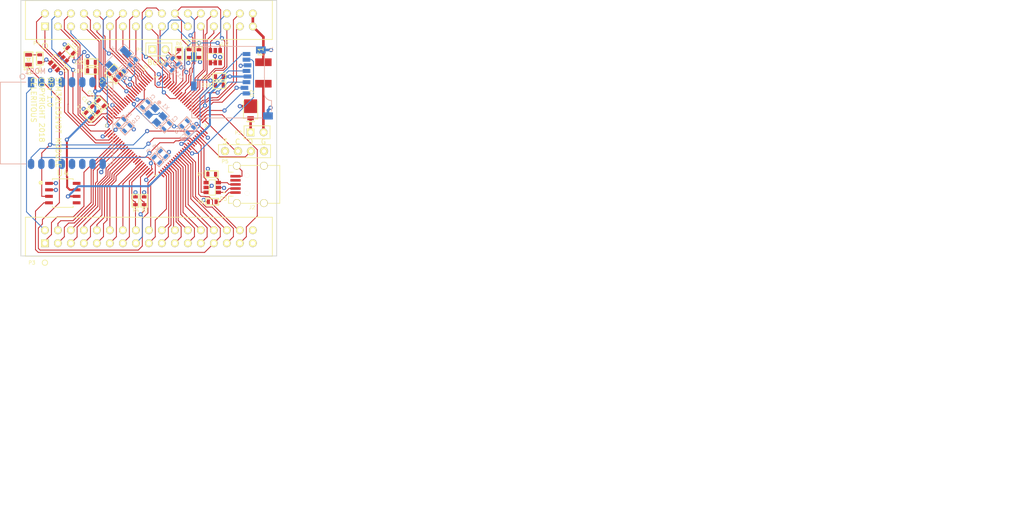
<source format=kicad_pcb>
(kicad_pcb (version 4) (host pcbnew 4.0.7)
  (layers (0 F.Cu signal) (1 GND power hide) (2 PWR power hide) (31 B.Cu signal) (34 B.Paste user) (35 F.Paste user) (36 B.SilkS user) (37 F.SilkS user) (38 B.Mask user) (39 F.Mask user) (44 Edge.Cuts user))
  (net 0 "")
  (net 1 /OSC12IN)
  (net 2 GND)
  (net 3 /OSC32IN)
  (net 4 /OSC12OUT)
  (net 5 /OSC32OUT)
  (net 6 /GPIO_20)
  (net 7 "Net-(D1-PadA)")
  (net 8 +3.3V)
  (net 9 "Net-(D3-Pad1)")
  (net 10 "Net-(D3-Pad3)")
  (net 11 /USB_DP)
  (net 12 /USB_DM)
  (net 13 "Net-(F1-Pad1)")
  (net 14 /+3.3VEXT)
  (net 15 /SDIO_D1)
  (net 16 /SDIO_D0)
  (net 17 /SDIO_CK)
  (net 18 /SDIO_CMD)
  (net 19 /SDIO_D3)
  (net 20 /SDIO_D2)
  (net 21 "Net-(J2-Pad1)")
  (net 22 /~GRST)
  (net 23 /GPIO_22)
  (net 24 /USART1_TX)
  (net 25 /USART1_RX)
  (net 26 /BOOT0)
  (net 27 /TIM3_CH1)
  (net 28 /TIM11_CH1)
  (net 29 /GPIO_8)
  (net 30 /GPIO_9)
  (net 31 /GPIO_0)
  (net 32 /GPIO_1)
  (net 33 /ADC_IN22)
  (net 34 /ADC_IN23)
  (net 35 /ADC_IN24)
  (net 36 /ADC_IN25)
  (net 37 /SPI1_SCK)
  (net 38 /SPI1_MISO)
  (net 39 /SPI1_MOSI)
  (net 40 /I2C2_SCL)
  (net 41 /I2C2_SDA)
  (net 42 /ADC_IN18)
  (net 43 /ADC_IN19)
  (net 44 /ADC_IN20)
  (net 45 /ADC_IN21)
  (net 46 /GPIO_14)
  (net 47 /GPIO_15)
  (net 48 /GPIO_16)
  (net 49 /GPIO_17)
  (net 50 /TIM4_CH1)
  (net 51 /TIM4_CH2)
  (net 52 /GPIO_18)
  (net 53 /GPIO_19)
  (net 54 /I2S2_MCK)
  (net 55 /TIM3_CH2)
  (net 56 /RCC_MCO)
  (net 57 /TIM2_CH1)
  (net 58 /DAC_2)
  (net 59 /DAC_1)
  (net 60 /USART2_RX)
  (net 61 /USART2_TX)
  (net 62 /WAKE_1)
  (net 63 /TIM2_CH2)
  (net 64 /GPIO_6)
  (net 65 /GPIO_7)
  (net 66 /GPIO_4)
  (net 67 /GPIO_5)
  (net 68 /RTC_TS)
  (net 69 /TIM9_CH2)
  (net 70 /EXTINT_59)
  (net 71 /EXTINT_4)
  (net 72 /EXTINT_3)
  (net 73 /EXTINT_2)
  (net 74 /EXTINT_1)
  (net 75 /EXTINT_0)
  (net 76 /GPIO_3)
  (net 77 /TIM10_CH1)
  (net 78 /I2C1_SDA)
  (net 79 /I2C1_SCL)
  (net 80 /GPIO_2)
  (net 81 /COMP2_INP)
  (net 82 /COMP2_INN)
  (net 83 /GPIO_13)
  (net 84 /GPIO_12)
  (net 85 /GPIO_11)
  (net 86 /I2S2_SD)
  (net 87 /GPIO_10)
  (net 88 /I2S2_CK)
  (net 89 /I2S2_WS)
  (net 90 /JTAG_SWCLK)
  (net 91 /JTAG_SWDIO)
  (net 92 /+3.3VANA)
  (net 93 /+3.0VREF)
  (net 94 /+3.3VSD)
  (net 95 /+3.3VWIFI)
  (module Kicad:P0603 (layer B.Cu) (at 85.3 120.4 225)
    (fp_text reference C1 (at -1.979899 0 225) (layer B.SilkS) (effects (font (size 0.65 0.65) (thickness 0.0975)) (justify mirror)))
    (fp_text value 12pF hide)
    (pad 1 smd rect (at -0.75 0 225) (size 0.6 0.9) (layers B.Cu B.Paste B.Mask) (net 1 /OSC12IN))
    (pad 2 smd rect (at 0.75 0 225) (size 0.6 0.9) (layers B.Cu B.Paste B.Mask) (net 2 GND))
  )
  (module Kicad:P0603 (layer B.Cu) (at 82.9 112.1 225)
    (fp_text reference C2 (at 0.212132 -1.343503 225) (layer B.SilkS) (effects (font (size 0.65 0.65) (thickness 0.0975)) (justify mirror)))
    (fp_text value 12pF hide)
    (pad 1 smd rect (at -0.75 0 225) (size 0.6 0.9) (layers B.Cu B.Paste B.Mask) (net 3 /OSC32IN))
    (pad 2 smd rect (at 0.75 0 225) (size 0.6 0.9) (layers B.Cu B.Paste B.Mask) (net 2 GND))
  )
  (module Kicad:P0603 (layer B.Cu) (at 89.5 124.6 45)
    (fp_text reference C3 (at 2.12132 0.141421 45) (layer B.SilkS) (effects (font (size 0.65 0.65) (thickness 0.0975)) (justify mirror)))
    (fp_text value 12pF hide)
    (pad 1 smd rect (at -0.75 0 45) (size 0.6 0.9) (layers B.Cu B.Paste B.Mask) (net 4 /OSC12OUT))
    (pad 2 smd rect (at 0.75 0 45) (size 0.6 0.9) (layers B.Cu B.Paste B.Mask) (net 2 GND))
  )
  (module Kicad:P0603 (layer B.Cu) (at 80.6 114.4 45)
    (fp_text reference C4 (at 0.070711 1.343503 45) (layer B.SilkS) (effects (font (size 0.65 0.65) (thickness 0.0975)) (justify mirror)))
    (fp_text value 12pF hide)
    (pad 1 smd rect (at -0.75 0 45) (size 0.6 0.9) (layers B.Cu B.Paste B.Mask) (net 5 /OSC32OUT))
    (pad 2 smd rect (at 0.75 0 45) (size 0.6 0.9) (layers B.Cu B.Paste B.Mask) (net 2 GND))
  )
  (module Kicad:D0805 (layer F.Cu) (at 62.5 111.6 90)
    (fp_text reference D1 (at -2.4 0.1 90) (layer F.SilkS) (effects (font (size 0.7 0.7) (thickness 0.1))))
    (fp_text value Led_Small hide)
    (fp_text user ○ (at -1.9 -0.75 90) (layer F.SilkS) (effects (font (size 0.4 0.4) (thickness 0.1))))
    (pad K smd rect (at -0.95 0 90) (size 0.7 1.3) (layers F.Cu F.Paste F.Mask) (net 6 /GPIO_20))
    (pad A smd rect (at 0.95 0 90) (size 0.7 1.3) (layers F.Cu F.Paste F.Mask) (net 7 "Net-(D1-PadA)"))
  )
  (module Kicad:SOT23-6 (layer F.Cu) (at 97.2 136.6 90)
    (fp_text reference D3 (at -2.2 3.4 180) (layer F.SilkS) (effects (font (size 0.75 0.75) (thickness 0.1))))
    (fp_text value USBLC6-2 hide)
    (pad 1 smd rect (at -0.95 2.4 90) (size 0.7 1) (layers F.Cu F.Paste F.Mask) (net 9 "Net-(D3-Pad1)"))
    (pad 2 smd rect (at 0 2.4 90) (size 0.7 1) (layers F.Cu F.Paste F.Mask) (net 2 GND))
    (pad 3 smd rect (at 0.95 2.4 90) (size 0.7 1) (layers F.Cu F.Paste F.Mask) (net 10 "Net-(D3-Pad3)"))
    (pad 4 smd rect (at 0.95 0 90) (size 0.7 1) (layers F.Cu F.Paste F.Mask) (net 11 /USB_DP))
    (pad 5 smd rect (at 0 0 90) (size 0.7 1) (layers F.Cu F.Paste F.Mask) (net 8 +3.3V))
    (pad 6 smd rect (at -0.95 0 90) (size 0.7 1) (layers F.Cu F.Paste F.Mask) (net 12 /USB_DM))
  )
  (module Kicad:P1812 (layer F.Cu) (at 108.4 114.2 90)
    (fp_text reference F1 (at 4.2 -0.5 90) (layer F.SilkS))
    (fp_text value FUSE_PTC_.5A_33V hide)
    (pad 1 smd rect (at -2.1 0 90) (size 1.5 3.2) (layers F.Cu F.Paste F.Mask) (net 13 "Net-(F1-Pad1)"))
    (pad 2 smd rect (at 2.1 0 90) (size 1.5 3.2) (layers F.Cu F.Paste F.Mask) (net 14 /+3.3VEXT))
  )
  (module Kicad:CONN_SDMICRO_3M (layer B.Cu) (at 107 109 90)
    (fp_text reference J1 (at -0.6 2.9 90) (layer B.SilkS) (effects (font (size 0.65 0.65) (thickness 0.1)) (justify mirror)))
    (fp_text value SOCKET_MICRO_SD_SMT_3M hide)
    (pad 9 smd rect (at -0.7 0.9 90) (size 1.4 1.9) (layers B.Cu B.Paste B.Mask) (net 2 GND))
    (pad 10 smd rect (at -13.6 2.3 90) (size 1.4 1.9) (layers B.Cu B.Paste B.Mask) (net 2 GND))
    (pad 8 smd rect (at -1.5 -1.9 90) (size 0.8 1.5) (layers B.Cu B.Paste B.Mask) (net 15 /SDIO_D1))
    (pad 7 smd rect (at -2.6 -1.9 90) (size 0.8 1.5) (layers B.Cu B.Paste B.Mask) (net 16 /SDIO_D0))
    (pad 6 smd rect (at -3.7 -1.7 90) (size 0.8 1.5) (layers B.Cu B.Paste B.Mask) (net 2 GND))
    (pad 5 smd rect (at -4.8 -1.9 90) (size 0.8 1.5) (layers B.Cu B.Paste B.Mask) (net 17 /SDIO_CK))
    (pad 4 smd rect (at -5.9 -1.7 90) (size 0.8 1.5) (layers B.Cu B.Paste B.Mask) (net 94 /+3.3VSD))
    (pad 3 smd rect (at -7 -1.9 90) (size 0.8 1.5) (layers B.Cu B.Paste B.Mask) (net 18 /SDIO_CMD))
    (pad 2 smd rect (at -8.1 -2.3 90) (size 0.8 1.5) (layers B.Cu B.Paste B.Mask) (net 19 /SDIO_D3))
    (pad 1 smd rect (at -9.2 -1.9 90) (size 0.8 1.5) (layers B.Cu B.Paste B.Mask) (net 20 /SDIO_D2))
    (pad 11 smd rect (at -2.05 -12.2 90) (size 1.8 1.1) (layers B.Cu B.Paste B.Mask) (net 2 GND))
    (pad 12 smd rect (at -7.75 -12.2 90) (size 1.8 1.1) (layers B.Cu B.Paste B.Mask) (net 2 GND))
  )
  (module Kicad:CONN_USB_UX60-MB (layer F.Cu) (at 103 136 90)
    (fp_text reference J2 (at -4.5 3.2 180) (layer F.SilkS) (effects (font (size 0.7 0.7) (thickness 0.1))))
    (fp_text value USB_MINI_B_SMD hide)
    (pad 3 smd rect (at 0 -0.05 90) (size 0.5 2) (layers F.Cu F.Paste F.Mask) (net 10 "Net-(D3-Pad3)"))
    (pad 4 smd rect (at 0.8 -0.05 90) (size 0.5 2) (layers F.Cu F.Paste F.Mask))
    (pad 5 smd rect (at 1.6 -0.05 90) (size 0.5 2) (layers F.Cu F.Paste F.Mask) (net 2 GND))
    (pad 1 smd rect (at -1.6 -0.05 90) (size 0.5 2) (layers F.Cu F.Paste F.Mask) (net 21 "Net-(J2-Pad1)"))
    (pad 2 smd rect (at -0.8 -0.05 90) (size 0.5 2) (layers F.Cu F.Paste F.Mask) (net 9 "Net-(D3-Pad1)"))
    (pad "" np_thru_hole circle (at -1.75 2.2 90) (size 0.9 0.9) (drill 0.9) (layers *.Cu *.Mask F.SilkS))
    (pad "" np_thru_hole circle (at 1.75 2.2 90) (size 0.9 0.9) (drill 0.9) (layers *.Cu *.Mask F.SilkS))
    (pad 6 thru_hole circle (at -3.65 0.2 90) (size 1.5 1.5) (drill 1.2) (layers *.Cu *.Mask F.SilkS) (net 2 GND))
    (pad 7 thru_hole circle (at 3.65 0.2 90) (size 1.5 1.5) (drill 1.2) (layers *.Cu *.Mask F.SilkS) (net 2 GND))
    (pad 8 thru_hole circle (at -3.65 5.5 90) (size 1.5 1.5) (drill 1.2) (layers *.Cu *.Mask F.SilkS) (net 2 GND))
    (pad 9 thru_hole circle (at 3.65 5.5 90) (size 1.5 1.5) (drill 1.2) (layers *.Cu *.Mask F.SilkS) (net 2 GND))
  )
  (module Kicad:MODULE_ESP07_WIFI (layer B.Cu) (at 63 116)
    (fp_text reference MOD1 (at 0.8 -2.15) (layer B.SilkS) (effects (justify mirror)))
    (fp_text value MODULE_ESP07_WIFI hide)
    (pad 1 smd rect (at 0 0) (size 1.25 2) (layers B.Cu B.Paste B.Mask) (net 22 /~GRST))
    (pad 2 smd oval (at 2 0) (size 1.25 2) (layers B.Cu B.Paste B.Mask))
    (pad 3 smd oval (at 4 0) (size 1.25 2) (layers B.Cu B.Paste B.Mask) (net 23 /GPIO_22))
    (pad 4 smd oval (at 6 0) (size 1.25 2) (layers B.Cu B.Paste B.Mask))
    (pad 5 smd oval (at 8 0) (size 1.25 2) (layers B.Cu B.Paste B.Mask))
    (pad 6 smd oval (at 10 0) (size 1.25 2) (layers B.Cu B.Paste B.Mask))
    (pad 7 smd oval (at 12 0) (size 1.25 2) (layers B.Cu B.Paste B.Mask))
    (pad 8 smd oval (at 14 0) (size 1.25 2) (layers B.Cu B.Paste B.Mask) (net 95 /+3.3VWIFI))
    (pad 9 smd oval (at 14 16) (size 1.25 2) (layers B.Cu B.Paste B.Mask) (net 2 GND))
    (pad 10 smd oval (at 12 16) (size 1.25 2) (layers B.Cu B.Paste B.Mask))
    (pad 11 smd oval (at 10 16) (size 1.25 2) (layers B.Cu B.Paste B.Mask))
    (pad 12 smd oval (at 8 16) (size 1.25 2) (layers B.Cu B.Paste B.Mask))
    (pad 13 smd oval (at 6 16) (size 1.25 2) (layers B.Cu B.Paste B.Mask))
    (pad 14 smd oval (at 4 16) (size 1.25 2) (layers B.Cu B.Paste B.Mask))
    (pad 15 smd oval (at 2 16) (size 1.25 2) (layers B.Cu B.Paste B.Mask) (net 24 /USART1_TX))
    (pad 16 smd oval (at 0 16) (size 1.25 2) (layers B.Cu B.Paste B.Mask) (net 25 /USART1_RX))
  )
  (module Kicad:Header_2x1_Shrouded_100mil (layer F.Cu) (at 86.7 109.6 270)
    (fp_text reference P1 (at 0.1 2.5 360) (layer F.SilkS) (effects (font (size 0.7 0.7) (thickness 0.1))))
    (fp_text value Header_2x1 hide)
    (pad 2 thru_hole circle (at 0 -2.54 270) (size 1.524 1.524) (drill 0.9144) (layers *.Cu *.Mask F.SilkS) (net 26 /BOOT0))
    (pad 1 thru_hole rect (at 0 0 270) (size 1.524 1.524) (drill 0.9144) (layers *.Cu *.Mask F.SilkS) (net 2 GND))
  )
  (module Kicad:Header_2x1_Shrouded_100mil (layer F.Cu) (at 105.9 125.8 270)
    (fp_text reference P2 (at 0.1 2.4 360) (layer F.SilkS) (effects (font (size 0.7 0.7) (thickness 0.1))))
    (fp_text value Header_2x1 hide)
    (pad 2 thru_hole circle (at 0 -2.54 270) (size 1.524 1.524) (drill 0.9144) (layers *.Cu *.Mask F.SilkS) (net 13 "Net-(F1-Pad1)"))
    (pad 1 thru_hole rect (at 0 0 270) (size 1.524 1.524) (drill 0.9144) (layers *.Cu *.Mask F.SilkS) (net 8 +3.3V))
  )
  (module Kicad:Header_2x17_Shrouded_100mil (layer F.Cu) (at 65.7 147.5)
    (fp_text reference P3 (at -2.54 3.81) (layer F.SilkS) (effects (font (size 0.7 0.7) (thickness 0.1))))
    (fp_text value Header_2x17 hide)
    (pad 2 thru_hole circle (at 0 -2.54) (size 1.524 1.524) (drill 0.9144) (layers *.Cu *.Mask F.SilkS) (net 22 /~GRST))
    (pad 1 thru_hole rect (at 0 0) (size 1.524 1.524) (drill 0.9144) (layers *.Cu *.Mask F.SilkS) (net 27 /TIM3_CH1))
    (pad 4 thru_hole circle (at 2.54 -2.54) (size 1.524 1.524) (drill 0.9144) (layers *.Cu *.Mask F.SilkS) (net 28 /TIM11_CH1))
    (pad 3 thru_hole circle (at 2.54 0) (size 1.524 1.524) (drill 0.9144) (layers *.Cu *.Mask F.SilkS) (net 29 /GPIO_8))
    (pad 6 thru_hole circle (at 5.08 -2.54) (size 1.524 1.524) (drill 0.9144) (layers *.Cu *.Mask F.SilkS) (net 30 /GPIO_9))
    (pad 5 thru_hole circle (at 5.08 0) (size 1.524 1.524) (drill 0.9144) (layers *.Cu *.Mask F.SilkS) (net 31 /GPIO_0))
    (pad 8 thru_hole circle (at 7.62 -2.54) (size 1.524 1.524) (drill 0.9144) (layers *.Cu *.Mask F.SilkS) (net 32 /GPIO_1))
    (pad 7 thru_hole circle (at 7.62 0) (size 1.524 1.524) (drill 0.9144) (layers *.Cu *.Mask F.SilkS) (net 33 /ADC_IN22))
    (pad 10 thru_hole circle (at 10.16 -2.54) (size 1.524 1.524) (drill 0.9144) (layers *.Cu *.Mask F.SilkS) (net 34 /ADC_IN23))
    (pad 9 thru_hole circle (at 10.16 0) (size 1.524 1.524) (drill 0.9144) (layers *.Cu *.Mask F.SilkS) (net 35 /ADC_IN24))
    (pad 12 thru_hole circle (at 12.7 -2.54) (size 1.524 1.524) (drill 0.9144) (layers *.Cu *.Mask F.SilkS) (net 36 /ADC_IN25))
    (pad 11 thru_hole circle (at 12.7 0) (size 1.524 1.524) (drill 0.9144) (layers *.Cu *.Mask F.SilkS) (net 37 /SPI1_SCK))
    (pad 14 thru_hole circle (at 15.24 -2.54) (size 1.524 1.524) (drill 0.9144) (layers *.Cu *.Mask F.SilkS) (net 38 /SPI1_MISO))
    (pad 13 thru_hole circle (at 15.24 0) (size 1.524 1.524) (drill 0.9144) (layers *.Cu *.Mask F.SilkS) (net 39 /SPI1_MOSI))
    (pad 16 thru_hole circle (at 17.78 -2.54) (size 1.524 1.524) (drill 0.9144) (layers *.Cu *.Mask F.SilkS) (net 40 /I2C2_SCL))
    (pad 15 thru_hole circle (at 17.78 0) (size 1.524 1.524) (drill 0.9144) (layers *.Cu *.Mask F.SilkS) (net 41 /I2C2_SDA))
    (pad 18 thru_hole circle (at 20.32 -2.54) (size 1.524 1.524) (drill 0.9144) (layers *.Cu *.Mask F.SilkS) (net 42 /ADC_IN18))
    (pad 17 thru_hole circle (at 20.32 0) (size 1.524 1.524) (drill 0.9144) (layers *.Cu *.Mask F.SilkS) (net 43 /ADC_IN19))
    (pad 20 thru_hole circle (at 22.86 -2.54) (size 1.524 1.524) (drill 0.9144) (layers *.Cu *.Mask F.SilkS) (net 44 /ADC_IN20))
    (pad 19 thru_hole circle (at 22.86 0) (size 1.524 1.524) (drill 0.9144) (layers *.Cu *.Mask F.SilkS) (net 45 /ADC_IN21))
    (pad 22 thru_hole circle (at 25.4 -2.54) (size 1.524 1.524) (drill 0.9144) (layers *.Cu *.Mask F.SilkS) (net 46 /GPIO_14))
    (pad 21 thru_hole circle (at 25.4 0) (size 1.524 1.524) (drill 0.9144) (layers *.Cu *.Mask F.SilkS) (net 47 /GPIO_15))
    (pad 24 thru_hole circle (at 27.94 -2.54) (size 1.524 1.524) (drill 0.9144) (layers *.Cu *.Mask F.SilkS) (net 48 /GPIO_16))
    (pad 23 thru_hole circle (at 27.94 0) (size 1.524 1.524) (drill 0.9144) (layers *.Cu *.Mask F.SilkS) (net 49 /GPIO_17))
    (pad 26 thru_hole circle (at 30.48 -2.54) (size 1.524 1.524) (drill 0.9144) (layers *.Cu *.Mask F.SilkS) (net 50 /TIM4_CH1))
    (pad 25 thru_hole circle (at 30.48 0) (size 1.524 1.524) (drill 0.9144) (layers *.Cu *.Mask F.SilkS) (net 51 /TIM4_CH2))
    (pad 28 thru_hole circle (at 33.02 -2.54) (size 1.524 1.524) (drill 0.9144) (layers *.Cu *.Mask F.SilkS) (net 52 /GPIO_18))
    (pad 27 thru_hole circle (at 33.02 0) (size 1.524 1.524) (drill 0.9144) (layers *.Cu *.Mask F.SilkS) (net 53 /GPIO_19))
    (pad 30 thru_hole circle (at 35.56 -2.54) (size 1.524 1.524) (drill 0.9144) (layers *.Cu *.Mask F.SilkS) (net 54 /I2S2_MCK))
    (pad 29 thru_hole circle (at 35.56 0) (size 1.524 1.524) (drill 0.9144) (layers *.Cu *.Mask F.SilkS) (net 55 /TIM3_CH2))
    (pad 32 thru_hole circle (at 38.1 -2.54) (size 1.524 1.524) (drill 0.9144) (layers *.Cu *.Mask F.SilkS) (net 56 /RCC_MCO))
    (pad 31 thru_hole circle (at 38.1 0) (size 1.524 1.524) (drill 0.9144) (layers *.Cu *.Mask F.SilkS) (net 57 /TIM2_CH1))
    (pad 34 thru_hole circle (at 40.64 -2.54) (size 1.524 1.524) (drill 0.9144) (layers *.Cu *.Mask F.SilkS) (net 2 GND))
    (pad 33 thru_hole circle (at 40.64 0) (size 1.524 1.524) (drill 0.9144) (layers *.Cu *.Mask F.SilkS) (net 2 GND))
  )
  (module Kicad:Header_2x17_Shrouded_100mil (layer F.Cu) (at 65.7 105.1)
    (fp_text reference P4 (at -1.6 3.3) (layer F.SilkS) (effects (font (size 0.7 0.7) (thickness 0.1))))
    (fp_text value Header_2x17 hide)
    (pad 2 thru_hole circle (at 0 -2.54) (size 1.524 1.524) (drill 0.9144) (layers *.Cu *.Mask F.SilkS) (net 58 /DAC_2))
    (pad 1 thru_hole rect (at 0 0) (size 1.524 1.524) (drill 0.9144) (layers *.Cu *.Mask F.SilkS) (net 59 /DAC_1))
    (pad 4 thru_hole circle (at 2.54 -2.54) (size 1.524 1.524) (drill 0.9144) (layers *.Cu *.Mask F.SilkS) (net 60 /USART2_RX))
    (pad 3 thru_hole circle (at 2.54 0) (size 1.524 1.524) (drill 0.9144) (layers *.Cu *.Mask F.SilkS) (net 61 /USART2_TX))
    (pad 6 thru_hole circle (at 5.08 -2.54) (size 1.524 1.524) (drill 0.9144) (layers *.Cu *.Mask F.SilkS) (net 62 /WAKE_1))
    (pad 5 thru_hole circle (at 5.08 0) (size 1.524 1.524) (drill 0.9144) (layers *.Cu *.Mask F.SilkS) (net 63 /TIM2_CH2))
    (pad 8 thru_hole circle (at 7.62 -2.54) (size 1.524 1.524) (drill 0.9144) (layers *.Cu *.Mask F.SilkS) (net 64 /GPIO_6))
    (pad 7 thru_hole circle (at 7.62 0) (size 1.524 1.524) (drill 0.9144) (layers *.Cu *.Mask F.SilkS) (net 65 /GPIO_7))
    (pad 10 thru_hole circle (at 10.16 -2.54) (size 1.524 1.524) (drill 0.9144) (layers *.Cu *.Mask F.SilkS) (net 66 /GPIO_4))
    (pad 9 thru_hole circle (at 10.16 0) (size 1.524 1.524) (drill 0.9144) (layers *.Cu *.Mask F.SilkS) (net 67 /GPIO_5))
    (pad 12 thru_hole circle (at 12.7 -2.54) (size 1.524 1.524) (drill 0.9144) (layers *.Cu *.Mask F.SilkS) (net 68 /RTC_TS))
    (pad 11 thru_hole circle (at 12.7 0) (size 1.524 1.524) (drill 0.9144) (layers *.Cu *.Mask F.SilkS) (net 69 /TIM9_CH2))
    (pad 14 thru_hole circle (at 15.24 -2.54) (size 1.524 1.524) (drill 0.9144) (layers *.Cu *.Mask F.SilkS) (net 70 /EXTINT_59))
    (pad 13 thru_hole circle (at 15.24 0) (size 1.524 1.524) (drill 0.9144) (layers *.Cu *.Mask F.SilkS) (net 71 /EXTINT_4))
    (pad 16 thru_hole circle (at 17.78 -2.54) (size 1.524 1.524) (drill 0.9144) (layers *.Cu *.Mask F.SilkS) (net 72 /EXTINT_3))
    (pad 15 thru_hole circle (at 17.78 0) (size 1.524 1.524) (drill 0.9144) (layers *.Cu *.Mask F.SilkS) (net 73 /EXTINT_2))
    (pad 18 thru_hole circle (at 20.32 -2.54) (size 1.524 1.524) (drill 0.9144) (layers *.Cu *.Mask F.SilkS) (net 74 /EXTINT_1))
    (pad 17 thru_hole circle (at 20.32 0) (size 1.524 1.524) (drill 0.9144) (layers *.Cu *.Mask F.SilkS) (net 75 /EXTINT_0))
    (pad 20 thru_hole circle (at 22.86 -2.54) (size 1.524 1.524) (drill 0.9144) (layers *.Cu *.Mask F.SilkS) (net 76 /GPIO_3))
    (pad 19 thru_hole circle (at 22.86 0) (size 1.524 1.524) (drill 0.9144) (layers *.Cu *.Mask F.SilkS) (net 77 /TIM10_CH1))
    (pad 22 thru_hole circle (at 25.4 -2.54) (size 1.524 1.524) (drill 0.9144) (layers *.Cu *.Mask F.SilkS) (net 78 /I2C1_SDA))
    (pad 21 thru_hole circle (at 25.4 0) (size 1.524 1.524) (drill 0.9144) (layers *.Cu *.Mask F.SilkS) (net 79 /I2C1_SCL))
    (pad 24 thru_hole circle (at 27.94 -2.54) (size 1.524 1.524) (drill 0.9144) (layers *.Cu *.Mask F.SilkS) (net 80 /GPIO_2))
    (pad 23 thru_hole circle (at 27.94 0) (size 1.524 1.524) (drill 0.9144) (layers *.Cu *.Mask F.SilkS) (net 81 /COMP2_INP))
    (pad 26 thru_hole circle (at 30.48 -2.54) (size 1.524 1.524) (drill 0.9144) (layers *.Cu *.Mask F.SilkS) (net 82 /COMP2_INN))
    (pad 25 thru_hole circle (at 30.48 0) (size 1.524 1.524) (drill 0.9144) (layers *.Cu *.Mask F.SilkS) (net 83 /GPIO_13))
    (pad 28 thru_hole circle (at 33.02 -2.54) (size 1.524 1.524) (drill 0.9144) (layers *.Cu *.Mask F.SilkS) (net 84 /GPIO_12))
    (pad 27 thru_hole circle (at 33.02 0) (size 1.524 1.524) (drill 0.9144) (layers *.Cu *.Mask F.SilkS) (net 85 /GPIO_11))
    (pad 30 thru_hole circle (at 35.56 -2.54) (size 1.524 1.524) (drill 0.9144) (layers *.Cu *.Mask F.SilkS) (net 86 /I2S2_SD))
    (pad 29 thru_hole circle (at 35.56 0) (size 1.524 1.524) (drill 0.9144) (layers *.Cu *.Mask F.SilkS) (net 87 /GPIO_10))
    (pad 32 thru_hole circle (at 38.1 -2.54) (size 1.524 1.524) (drill 0.9144) (layers *.Cu *.Mask F.SilkS) (net 88 /I2S2_CK))
    (pad 31 thru_hole circle (at 38.1 0) (size 1.524 1.524) (drill 0.9144) (layers *.Cu *.Mask F.SilkS) (net 89 /I2S2_WS))
    (pad 34 thru_hole circle (at 40.64 -2.54) (size 1.524 1.524) (drill 0.9144) (layers *.Cu *.Mask F.SilkS) (net 14 /+3.3VEXT))
    (pad 33 thru_hole circle (at 40.64 0) (size 1.524 1.524) (drill 0.9144) (layers *.Cu *.Mask F.SilkS) (net 14 /+3.3VEXT))
  )
  (module Kicad:Connector_1x4_100mil_TH (layer F.Cu) (at 100.9 129.5 90)
    (fp_text reference P5 (at -2 0 180) (layer F.SilkS) (effects (font (size 0.7 0.7) (thickness 0.1))))
    (fp_text value CONN_1x4 hide)
    (pad 1 thru_hole circle (at 0 0 90) (size 1.6 1.6) (drill 0.8) (layers *.Cu *.Mask F.SilkS) (net 8 +3.3V))
    (pad 2 thru_hole circle (at 0 2.54 90) (size 1.6 1.6) (drill 0.8) (layers *.Cu *.Mask F.SilkS) (net 90 /JTAG_SWCLK))
    (pad 3 thru_hole circle (at 0 5.08 90) (size 1.6 1.6) (drill 0.8) (layers *.Cu *.Mask F.SilkS) (net 91 /JTAG_SWDIO))
    (pad 4 thru_hole circle (at 0 7.62 90) (size 1.6 1.6) (drill 0.8) (layers *.Cu *.Mask F.SilkS) (net 2 GND))
  )
  (module Kicad:P0603 (layer F.Cu) (at 93.9 110.4 270)
    (fp_text reference R1 (at -2 0 360) (layer F.SilkS) (effects (font (size 0.65 0.65) (thickness 0.0975))))
    (fp_text value 4.70kΩ hide)
    (pad 1 smd rect (at -0.75 0 270) (size 0.6 0.9) (layers F.Cu F.Paste F.Mask) (net 78 /I2C1_SDA))
    (pad 2 smd rect (at 0.75 0 270) (size 0.6 0.9) (layers F.Cu F.Paste F.Mask) (net 8 +3.3V))
  )
  (module Kicad:P0603 (layer F.Cu) (at 95.8 110.4 270)
    (fp_text reference R2 (at -2 0.1 360) (layer F.SilkS) (effects (font (size 0.65 0.65) (thickness 0.0975))))
    (fp_text value 4.70kΩ hide)
    (pad 1 smd rect (at -0.75 0 270) (size 0.6 0.9) (layers F.Cu F.Paste F.Mask) (net 79 /I2C1_SCL))
    (pad 2 smd rect (at 0.75 0 270) (size 0.6 0.9) (layers F.Cu F.Paste F.Mask) (net 8 +3.3V))
  )
  (module Kicad:P0603 (layer F.Cu) (at 85.1 139.2 90)
    (fp_text reference R3 (at -1.9 0.1 180) (layer F.SilkS) (effects (font (size 0.65 0.65) (thickness 0.0975))))
    (fp_text value 4.70kΩ hide)
    (pad 1 smd rect (at -0.75 0 90) (size 0.6 0.9) (layers F.Cu F.Paste F.Mask) (net 41 /I2C2_SDA))
    (pad 2 smd rect (at 0.75 0 90) (size 0.6 0.9) (layers F.Cu F.Paste F.Mask) (net 8 +3.3V))
  )
  (module Kicad:P0603 (layer F.Cu) (at 83.4 139.2 90)
    (fp_text reference R4 (at -1.9 0.1 180) (layer F.SilkS) (effects (font (size 0.65 0.65) (thickness 0.0975))))
    (fp_text value 4.70kΩ hide)
    (pad 1 smd rect (at -0.75 0 90) (size 0.6 0.9) (layers F.Cu F.Paste F.Mask) (net 40 /I2C2_SCL))
    (pad 2 smd rect (at 0.75 0 90) (size 0.6 0.9) (layers F.Cu F.Paste F.Mask) (net 8 +3.3V))
  )
  (module Kicad:P0603 (layer F.Cu) (at 64.7 111.4 270)
    (fp_text reference R5 (at 2.1 0 270) (layer F.SilkS) (effects (font (size 0.65 0.65) (thickness 0.0975))))
    (fp_text value 1.00kΩ hide)
    (pad 1 smd rect (at -0.75 0 270) (size 0.6 0.9) (layers F.Cu F.Paste F.Mask) (net 7 "Net-(D1-PadA)"))
    (pad 2 smd rect (at 0.75 0 270) (size 0.6 0.9) (layers F.Cu F.Paste F.Mask) (net 8 +3.3V))
  )
  (module Kicad:P0603 (layer F.Cu) (at 91.9 110.4 270)
    (fp_text reference R6 (at -1.9 0 360) (layer F.SilkS) (effects (font (size 0.65 0.65) (thickness 0.0975))))
    (fp_text value 10.0kΩ hide)
    (pad 1 smd rect (at -0.75 0 270) (size 0.6 0.9) (layers F.Cu F.Paste F.Mask) (net 26 /BOOT0))
    (pad 2 smd rect (at 0.75 0 270) (size 0.6 0.9) (layers F.Cu F.Paste F.Mask) (net 8 +3.3V))
  )
  (module Kicad:P0603 (layer F.Cu) (at 98.3 134)
    (fp_text reference R7 (at -2.2 0.1) (layer F.SilkS) (effects (font (size 0.65 0.65) (thickness 0.0975))))
    (fp_text value 1.50kΩ hide)
    (pad 1 smd rect (at -0.75 0) (size 0.6 0.9) (layers F.Cu F.Paste F.Mask) (net 8 +3.3V))
    (pad 2 smd rect (at 0.75 0) (size 0.6 0.9) (layers F.Cu F.Paste F.Mask) (net 10 "Net-(D3-Pad3)"))
  )
  (module Kicad:P0603 (layer F.Cu) (at 98.4 139.4)
    (fp_text reference R8 (at -2.2 0) (layer F.SilkS) (effects (font (size 0.65 0.65) (thickness 0.0975))))
    (fp_text value ZERO_Ω hide)
    (pad 1 smd rect (at -0.75 0) (size 0.6 0.9) (layers F.Cu F.Paste F.Mask) (net 8 +3.3V))
    (pad 2 smd rect (at 0.75 0) (size 0.6 0.9) (layers F.Cu F.Paste F.Mask) (net 21 "Net-(J2-Pad1)"))
  )
  (module Kicad:QFP_100_14X14_0.5 (layer F.Cu) (at 87.4 124.5 315)
    (fp_text reference U1 (at -9.545942 -6.434672 585) (layer F.SilkS) (effects (font (size 0.75 0.75) (thickness 0.1))))
    (fp_text value STM32L151VDT hide)
    (pad 1 smd rect (at -7.5 -6 45) (size 0.25 1.5) (layers F.Cu F.Paste F.Mask) (net 73 /EXTINT_2))
    (pad 2 smd rect (at -7.5 -5.5 45) (size 0.25 1.5) (layers F.Cu F.Paste F.Mask) (net 72 /EXTINT_3))
    (pad 3 smd rect (at -7.5 -5 45) (size 0.25 1.5) (layers F.Cu F.Paste F.Mask) (net 71 /EXTINT_4))
    (pad 4 smd rect (at -7.5 -4.5 45) (size 0.25 1.5) (layers F.Cu F.Paste F.Mask) (net 70 /EXTINT_59))
    (pad 5 smd rect (at -7.5 -4 45) (size 0.25 1.5) (layers F.Cu F.Paste F.Mask) (net 69 /TIM9_CH2))
    (pad 6 smd rect (at -7.5 -3.5 45) (size 0.25 1.5) (layers F.Cu F.Paste F.Mask) (net 92 /+3.3VANA))
    (pad 7 smd rect (at -7.5 -3 45) (size 0.25 1.5) (layers F.Cu F.Paste F.Mask) (net 68 /RTC_TS))
    (pad 8 smd rect (at -7.5 -2.5 45) (size 0.25 1.5) (layers F.Cu F.Paste F.Mask) (net 3 /OSC32IN))
    (pad 9 smd rect (at -7.5 -2 45) (size 0.25 1.5) (layers F.Cu F.Paste F.Mask) (net 5 /OSC32OUT))
    (pad 10 smd rect (at -7.5 -1.5 45) (size 0.25 1.5) (layers F.Cu F.Paste F.Mask) (net 2 GND))
    (pad 11 smd rect (at -7.5 -1 45) (size 0.25 1.5) (layers F.Cu F.Paste F.Mask) (net 8 +3.3V))
    (pad 12 smd rect (at -7.5 -0.5 45) (size 0.25 1.5) (layers F.Cu F.Paste F.Mask) (net 1 /OSC12IN))
    (pad 13 smd rect (at -7.5 0 45) (size 0.25 1.5) (layers F.Cu F.Paste F.Mask) (net 4 /OSC12OUT))
    (pad 14 smd rect (at -7.5 0.5 45) (size 0.25 1.5) (layers F.Cu F.Paste F.Mask))
    (pad 15 smd rect (at -7.5 1 45) (size 0.25 1.5) (layers F.Cu F.Paste F.Mask) (net 66 /GPIO_4))
    (pad 16 smd rect (at -7.5 1.5 45) (size 0.25 1.5) (layers F.Cu F.Paste F.Mask) (net 67 /GPIO_5))
    (pad 17 smd rect (at -7.5 2 45) (size 0.25 1.5) (layers F.Cu F.Paste F.Mask) (net 64 /GPIO_6))
    (pad 18 smd rect (at -7.5 2.5 45) (size 0.25 1.5) (layers F.Cu F.Paste F.Mask) (net 65 /GPIO_7))
    (pad 19 smd rect (at -7.5 3 45) (size 0.25 1.5) (layers F.Cu F.Paste F.Mask) (net 2 GND))
    (pad 20 smd rect (at -7.5 3.5 45) (size 0.25 1.5) (layers F.Cu F.Paste F.Mask) (net 2 GND))
    (pad 21 smd rect (at -7.5 4 45) (size 0.25 1.5) (layers F.Cu F.Paste F.Mask) (net 93 /+3.0VREF))
    (pad 22 smd rect (at -7.5 4.5 45) (size 0.25 1.5) (layers F.Cu F.Paste F.Mask) (net 92 /+3.3VANA))
    (pad 23 smd rect (at -7.5 5 45) (size 0.25 1.5) (layers F.Cu F.Paste F.Mask) (net 62 /WAKE_1))
    (pad 24 smd rect (at -7.5 5.5 45) (size 0.25 1.5) (layers F.Cu F.Paste F.Mask) (net 63 /TIM2_CH2))
    (pad 25 smd rect (at -7.5 6 45) (size 0.25 1.5) (layers F.Cu F.Paste F.Mask) (net 61 /USART2_TX))
    (pad 26 smd rect (at -6 7.5 315) (size 0.25 1.5) (layers F.Cu F.Paste F.Mask) (net 60 /USART2_RX))
    (pad 27 smd rect (at -5.5 7.5 315) (size 0.25 1.5) (layers F.Cu F.Paste F.Mask) (net 2 GND))
    (pad 28 smd rect (at -5 7.5 315) (size 0.25 1.5) (layers F.Cu F.Paste F.Mask) (net 8 +3.3V))
    (pad 29 smd rect (at -4.5 7.5 315) (size 0.25 1.5) (layers F.Cu F.Paste F.Mask) (net 59 /DAC_1))
    (pad 30 smd rect (at -4 7.5 315) (size 0.25 1.5) (layers F.Cu F.Paste F.Mask) (net 58 /DAC_2))
    (pad 31 smd rect (at -3.5 7.5 315) (size 0.25 1.5) (layers F.Cu F.Paste F.Mask) (net 27 /TIM3_CH1))
    (pad 32 smd rect (at -3 7.5 315) (size 0.25 1.5) (layers F.Cu F.Paste F.Mask) (net 28 /TIM11_CH1))
    (pad 33 smd rect (at -2.5 7.5 315) (size 0.25 1.5) (layers F.Cu F.Paste F.Mask) (net 29 /GPIO_8))
    (pad 34 smd rect (at -2 7.5 315) (size 0.25 1.5) (layers F.Cu F.Paste F.Mask) (net 30 /GPIO_9))
    (pad 35 smd rect (at -1.5 7.5 315) (size 0.25 1.5) (layers F.Cu F.Paste F.Mask))
    (pad 36 smd rect (at -1 7.5 315) (size 0.25 1.5) (layers F.Cu F.Paste F.Mask) (net 31 /GPIO_0))
    (pad 37 smd rect (at -0.5 7.5 315) (size 0.25 1.5) (layers F.Cu F.Paste F.Mask) (net 32 /GPIO_1))
    (pad 38 smd rect (at 0 7.5 315) (size 0.25 1.5) (layers F.Cu F.Paste F.Mask) (net 33 /ADC_IN22))
    (pad 39 smd rect (at 0.5 7.5 315) (size 0.25 1.5) (layers F.Cu F.Paste F.Mask) (net 34 /ADC_IN23))
    (pad 40 smd rect (at 1 7.5 315) (size 0.25 1.5) (layers F.Cu F.Paste F.Mask) (net 35 /ADC_IN24))
    (pad 41 smd rect (at 1.5 7.5 315) (size 0.25 1.5) (layers F.Cu F.Paste F.Mask) (net 36 /ADC_IN25))
    (pad 42 smd rect (at 2 7.5 315) (size 0.25 1.5) (layers F.Cu F.Paste F.Mask) (net 6 /GPIO_20))
    (pad 43 smd rect (at 2.5 7.5 315) (size 0.25 1.5) (layers F.Cu F.Paste F.Mask))
    (pad 44 smd rect (at 3 7.5 315) (size 0.25 1.5) (layers F.Cu F.Paste F.Mask) (net 37 /SPI1_SCK))
    (pad 45 smd rect (at 3.5 7.5 315) (size 0.25 1.5) (layers F.Cu F.Paste F.Mask) (net 38 /SPI1_MISO))
    (pad 46 smd rect (at 4 7.5 315) (size 0.25 1.5) (layers F.Cu F.Paste F.Mask) (net 39 /SPI1_MOSI))
    (pad 47 smd rect (at 4.5 7.5 315) (size 0.25 1.5) (layers F.Cu F.Paste F.Mask) (net 40 /I2C2_SCL))
    (pad 48 smd rect (at 5 7.5 315) (size 0.25 1.5) (layers F.Cu F.Paste F.Mask) (net 41 /I2C2_SDA))
    (pad 49 smd rect (at 5.5 7.5 315) (size 0.25 1.5) (layers F.Cu F.Paste F.Mask) (net 2 GND))
    (pad 50 smd rect (at 6 7.5 315) (size 0.25 1.5) (layers F.Cu F.Paste F.Mask) (net 8 +3.3V))
    (pad 51 smd rect (at 7.5 6 45) (size 0.25 1.5) (layers F.Cu F.Paste F.Mask) (net 42 /ADC_IN18))
    (pad 52 smd rect (at 7.5 5.5 45) (size 0.25 1.5) (layers F.Cu F.Paste F.Mask) (net 43 /ADC_IN19))
    (pad 53 smd rect (at 7.5 5 45) (size 0.25 1.5) (layers F.Cu F.Paste F.Mask) (net 44 /ADC_IN20))
    (pad 54 smd rect (at 7.5 4.5 45) (size 0.25 1.5) (layers F.Cu F.Paste F.Mask) (net 45 /ADC_IN21))
    (pad 55 smd rect (at 7.5 4 45) (size 0.25 1.5) (layers F.Cu F.Paste F.Mask) (net 46 /GPIO_14))
    (pad 56 smd rect (at 7.5 3.5 45) (size 0.25 1.5) (layers F.Cu F.Paste F.Mask) (net 47 /GPIO_15))
    (pad 57 smd rect (at 7.5 3 45) (size 0.25 1.5) (layers F.Cu F.Paste F.Mask) (net 48 /GPIO_16))
    (pad 58 smd rect (at 7.5 2.5 45) (size 0.25 1.5) (layers F.Cu F.Paste F.Mask) (net 49 /GPIO_17))
    (pad 59 smd rect (at 7.5 2 45) (size 0.25 1.5) (layers F.Cu F.Paste F.Mask) (net 50 /TIM4_CH1))
    (pad 60 smd rect (at 7.5 1.5 45) (size 0.25 1.5) (layers F.Cu F.Paste F.Mask) (net 51 /TIM4_CH2))
    (pad 61 smd rect (at 7.5 1 45) (size 0.25 1.5) (layers F.Cu F.Paste F.Mask) (net 52 /GPIO_18))
    (pad 62 smd rect (at 7.5 0.5 45) (size 0.25 1.5) (layers F.Cu F.Paste F.Mask) (net 53 /GPIO_19))
    (pad 63 smd rect (at 7.5 0 45) (size 0.25 1.5) (layers F.Cu F.Paste F.Mask) (net 54 /I2S2_MCK))
    (pad 64 smd rect (at 7.5 -0.5 45) (size 0.25 1.5) (layers F.Cu F.Paste F.Mask) (net 55 /TIM3_CH2))
    (pad 65 smd rect (at 7.5 -1 45) (size 0.25 1.5) (layers F.Cu F.Paste F.Mask) (net 16 /SDIO_D0))
    (pad 66 smd rect (at 7.5 -1.5 45) (size 0.25 1.5) (layers F.Cu F.Paste F.Mask) (net 15 /SDIO_D1))
    (pad 67 smd rect (at 7.5 -2 45) (size 0.25 1.5) (layers F.Cu F.Paste F.Mask) (net 56 /RCC_MCO))
    (pad 68 smd rect (at 7.5 -2.5 45) (size 0.25 1.5) (layers F.Cu F.Paste F.Mask) (net 24 /USART1_TX))
    (pad 69 smd rect (at 7.5 -3 45) (size 0.25 1.5) (layers F.Cu F.Paste F.Mask) (net 25 /USART1_RX))
    (pad 70 smd rect (at 7.5 -3.5 45) (size 0.25 1.5) (layers F.Cu F.Paste F.Mask) (net 12 /USB_DM))
    (pad 71 smd rect (at 7.5 -4 45) (size 0.25 1.5) (layers F.Cu F.Paste F.Mask) (net 11 /USB_DP))
    (pad 72 smd rect (at 7.5 -4.5 45) (size 0.25 1.5) (layers F.Cu F.Paste F.Mask) (net 91 /JTAG_SWDIO))
    (pad 73 smd rect (at 7.5 -5 45) (size 0.25 1.5) (layers F.Cu F.Paste F.Mask) (net 23 /GPIO_22))
    (pad 74 smd rect (at 7.5 -5.5 45) (size 0.25 1.5) (layers F.Cu F.Paste F.Mask) (net 2 GND))
    (pad 75 smd rect (at 7.5 -6 45) (size 0.25 1.5) (layers F.Cu F.Paste F.Mask) (net 8 +3.3V))
    (pad 76 smd rect (at 6 -7.5 315) (size 0.25 1.5) (layers F.Cu F.Paste F.Mask) (net 90 /JTAG_SWCLK))
    (pad 77 smd rect (at 5.5 -7.5 315) (size 0.25 1.5) (layers F.Cu F.Paste F.Mask) (net 57 /TIM2_CH1))
    (pad 78 smd rect (at 5 -7.5 315) (size 0.25 1.5) (layers F.Cu F.Paste F.Mask) (net 20 /SDIO_D2))
    (pad 79 smd rect (at 4.5 -7.5 315) (size 0.25 1.5) (layers F.Cu F.Paste F.Mask) (net 19 /SDIO_D3))
    (pad 80 smd rect (at 4 -7.5 315) (size 0.25 1.5) (layers F.Cu F.Paste F.Mask) (net 17 /SDIO_CK))
    (pad 81 smd rect (at 3.5 -7.5 315) (size 0.25 1.5) (layers F.Cu F.Paste F.Mask) (net 89 /I2S2_WS))
    (pad 82 smd rect (at 3 -7.5 315) (size 0.25 1.5) (layers F.Cu F.Paste F.Mask) (net 88 /I2S2_CK))
    (pad 83 smd rect (at 2.5 -7.5 315) (size 0.25 1.5) (layers F.Cu F.Paste F.Mask) (net 18 /SDIO_CMD))
    (pad 84 smd rect (at 2 -7.5 315) (size 0.25 1.5) (layers F.Cu F.Paste F.Mask) (net 87 /GPIO_10))
    (pad 85 smd rect (at 1.5 -7.5 315) (size 0.25 1.5) (layers F.Cu F.Paste F.Mask) (net 86 /I2S2_SD))
    (pad 86 smd rect (at 1 -7.5 315) (size 0.25 1.5) (layers F.Cu F.Paste F.Mask) (net 85 /GPIO_11))
    (pad 87 smd rect (at 0.5 -7.5 315) (size 0.25 1.5) (layers F.Cu F.Paste F.Mask) (net 84 /GPIO_12))
    (pad 88 smd rect (at 0 -7.5 315) (size 0.25 1.5) (layers F.Cu F.Paste F.Mask) (net 83 /GPIO_13))
    (pad 89 smd rect (at -0.5 -7.5 315) (size 0.25 1.5) (layers F.Cu F.Paste F.Mask) (net 82 /COMP2_INN))
    (pad 90 smd rect (at -1 -7.5 315) (size 0.25 1.5) (layers F.Cu F.Paste F.Mask) (net 81 /COMP2_INP))
    (pad 91 smd rect (at -1.5 -7.5 315) (size 0.25 1.5) (layers F.Cu F.Paste F.Mask) (net 80 /GPIO_2))
    (pad 92 smd rect (at -2 -7.5 315) (size 0.25 1.5) (layers F.Cu F.Paste F.Mask) (net 79 /I2C1_SCL))
    (pad 93 smd rect (at -2.5 -7.5 315) (size 0.25 1.5) (layers F.Cu F.Paste F.Mask) (net 78 /I2C1_SDA))
    (pad 94 smd rect (at -3 -7.5 315) (size 0.25 1.5) (layers F.Cu F.Paste F.Mask) (net 26 /BOOT0))
    (pad 95 smd rect (at -3.5 -7.5 315) (size 0.25 1.5) (layers F.Cu F.Paste F.Mask) (net 77 /TIM10_CH1))
    (pad 96 smd rect (at -4 -7.5 315) (size 0.25 1.5) (layers F.Cu F.Paste F.Mask) (net 76 /GPIO_3))
    (pad 97 smd rect (at -4.5 -7.5 315) (size 0.25 1.5) (layers F.Cu F.Paste F.Mask) (net 75 /EXTINT_0))
    (pad 98 smd rect (at -5 -7.5 315) (size 0.25 1.5) (layers F.Cu F.Paste F.Mask) (net 74 /EXTINT_1))
    (pad 99 smd rect (at -5.5 -7.5 315) (size 0.25 1.5) (layers F.Cu F.Paste F.Mask) (net 2 GND))
    (pad 100 smd rect (at -6 -7.5 315) (size 0.25 1.5) (layers F.Cu F.Paste F.Mask) (net 8 +3.3V))
  )
  (module Kicad:SOT23-6 (layer F.Cu) (at 99 112.2 180)
    (fp_text reference U2 (at -1.9 3.65 180) (layer F.SilkS) (effects (font (size 0.75 0.75) (thickness 0.1))))
    (fp_text value 24AA02E64OT hide)
    (pad 1 smd rect (at -0.95 2.4 180) (size 0.7 1) (layers F.Cu F.Paste F.Mask) (net 79 /I2C1_SCL))
    (pad 2 smd rect (at 0 2.4 180) (size 0.7 1) (layers F.Cu F.Paste F.Mask) (net 2 GND))
    (pad 3 smd rect (at 0.95 2.4 180) (size 0.7 1) (layers F.Cu F.Paste F.Mask) (net 78 /I2C1_SDA))
    (pad 4 smd rect (at 0.95 0 180) (size 0.7 1) (layers F.Cu F.Paste F.Mask) (net 2 GND))
    (pad 5 smd rect (at 0 0 180) (size 0.7 1) (layers F.Cu F.Paste F.Mask) (net 2 GND))
    (pad 6 smd rect (at -0.95 0 180) (size 0.7 1) (layers F.Cu F.Paste F.Mask) (net 8 +3.3V))
  )
  (module Kicad:SOT23-6 (layer F.Cu) (at 67.5 112.9 135)
    (fp_text reference U3 (at -2.192031 1.343503 225) (layer F.SilkS) (effects (font (size 0.75 0.75) (thickness 0.1))))
    (fp_text value MCP1501-30 hide)
    (pad 1 smd rect (at -0.95 2.4 135) (size 0.7 1) (layers F.Cu F.Paste F.Mask) (net 93 /+3.0VREF))
    (pad 2 smd rect (at 0 2.4 135) (size 0.7 1) (layers F.Cu F.Paste F.Mask) (net 2 GND))
    (pad 3 smd rect (at 0.95 2.4 135) (size 0.7 1) (layers F.Cu F.Paste F.Mask) (net 2 GND))
    (pad 4 smd rect (at 0.95 0 135) (size 0.7 1) (layers F.Cu F.Paste F.Mask) (net 8 +3.3V))
    (pad 5 smd rect (at 0 0 135) (size 0.7 1) (layers F.Cu F.Paste F.Mask) (net 2 GND))
    (pad 6 smd rect (at -0.95 0 135) (size 0.7 1) (layers F.Cu F.Paste F.Mask) (net 8 +3.3V))
  )
  (module Kicad:XTAL_3.2X2.5 (layer B.Cu) (at 87.2 121.1 315)
    (fp_text reference X1 (at 1.272792 -1.697056 495) (layer B.SilkS) (effects (font (size 0.75 0.75) (thickness 0.1)) (justify mirror)))
    (fp_text value ABM8G-12.00MHz hide)
    (pad 1 smd rect (at 0 0 315) (size 1.397 1.1938) (layers B.Cu B.Paste B.Mask) (net 1 /OSC12IN))
    (pad 2 smd rect (at 2.2098 0 315) (size 1.397 1.1938) (layers B.Cu B.Paste B.Mask) (net 2 GND))
    (pad 3 smd rect (at 2.2098 1.7018 315) (size 1.397 1.1938) (layers B.Cu B.Paste B.Mask) (net 4 /OSC12OUT))
    (pad 4 smd rect (at 0 1.7018 315) (size 1.397 1.1938) (layers B.Cu B.Paste B.Mask) (net 2 GND))
  )
  (module Kicad:XTAL_1.8X4.9mm (layer B.Cu) (at 81.5 110.1 225)
    (fp_text reference X2 (at 1.626346 2.192031 405) (layer B.SilkS) (effects (font (size 0.75 0.75) (thickness 0.1)) (justify mirror)))
    (fp_text value ABS10-32.768kHz hide)
    (pad 1 smd rect (at 0 0 225) (size 1.27 2.2098) (layers B.Cu B.Paste B.Mask) (net 3 /OSC32IN))
    (pad 2 smd rect (at 4.064 0 225) (size 1.27 2.2098) (layers B.Cu B.Paste B.Mask) (net 5 /OSC32OUT))
  )
  (module Kicad:DO220AA (layer F.Cu) (at 105.9 120.7 270)
    (fp_text reference D2 (at -2.5 -0.3 270) (layer F.SilkS) (effects (font (size 0.75 0.75) (thickness 0.1))))
    (fp_text value SMLJ33ABCT hide)
    (pad A smd rect (at 0 0 270) (size 2.67 2.54) (layers F.Cu F.Paste F.Mask) (net 2 GND))
    (pad K smd rect (at 2.35 0 270) (size 0.8 1.27) (layers F.Cu F.Paste F.Mask) (net 8 +3.3V))
  )
  (module Kicad:P0603 (layer B.Cu) (at 87.6 131.2 135)
    (fp_text reference C5 (at 2.192031 0.070711 135) (layer B.SilkS) (effects (font (size 0.65 0.65) (thickness 0.0975)) (justify mirror)))
    (fp_text value 0.10uF hide)
    (pad 1 smd rect (at -0.75 0 135) (size 0.6 0.9) (layers B.Cu B.Paste B.Mask) (net 8 +3.3V))
    (pad 2 smd rect (at 0.75 0 135) (size 0.6 0.9) (layers B.Cu B.Paste B.Mask) (net 2 GND))
  )
  (module Kicad:P0603 (layer B.Cu) (at 88.8 130 135)
    (fp_text reference C6 (at 1.979899 -0.141421 135) (layer B.SilkS) (effects (font (size 0.65 0.65) (thickness 0.0975)) (justify mirror)))
    (fp_text value 10.0uF hide)
    (pad 1 smd rect (at -0.75 0 135) (size 0.6 0.9) (layers B.Cu B.Paste B.Mask) (net 8 +3.3V))
    (pad 2 smd rect (at 0.75 0 135) (size 0.6 0.9) (layers B.Cu B.Paste B.Mask) (net 2 GND))
  )
  (module Kicad:P0603 (layer B.Cu) (at 94.2 125.4 225)
    (fp_text reference C7 (at 1.979899 0.141421 225) (layer B.SilkS) (effects (font (size 0.65 0.65) (thickness 0.0975)) (justify mirror)))
    (fp_text value 0.10uF hide)
    (pad 1 smd rect (at -0.75 0 225) (size 0.6 0.9) (layers B.Cu B.Paste B.Mask) (net 8 +3.3V))
    (pad 2 smd rect (at 0.75 0 225) (size 0.6 0.9) (layers B.Cu B.Paste B.Mask) (net 2 GND))
  )
  (module Kicad:P0603 (layer B.Cu) (at 93 124.1 225)
    (fp_text reference C8 (at 1.979899 0 225) (layer B.SilkS) (effects (font (size 0.65 0.65) (thickness 0.0975)) (justify mirror)))
    (fp_text value 10.0uF hide)
    (pad 1 smd rect (at -0.75 0 225) (size 0.6 0.9) (layers B.Cu B.Paste B.Mask) (net 8 +3.3V))
    (pad 2 smd rect (at 0.75 0 225) (size 0.6 0.9) (layers B.Cu B.Paste B.Mask) (net 2 GND))
  )
  (module Kicad:P0603 (layer B.Cu) (at 80.6 123.8 45)
    (fp_text reference C9 (at 2.05061 0.070711 45) (layer B.SilkS) (effects (font (size 0.65 0.65) (thickness 0.0975)) (justify mirror)))
    (fp_text value 0.10uF hide)
    (pad 1 smd rect (at -0.75 0 45) (size 0.6 0.9) (layers B.Cu B.Paste B.Mask) (net 8 +3.3V))
    (pad 2 smd rect (at 0.75 0 45) (size 0.6 0.9) (layers B.Cu B.Paste B.Mask) (net 2 GND))
  )
  (module Kicad:P0603 (layer B.Cu) (at 81.8 125 45)
    (fp_text reference C10 (at 2.404163 0 45) (layer B.SilkS) (effects (font (size 0.65 0.65) (thickness 0.0975)) (justify mirror)))
    (fp_text value 10.0uF hide)
    (pad 1 smd rect (at -0.75 0 45) (size 0.6 0.9) (layers B.Cu B.Paste B.Mask) (net 8 +3.3V))
    (pad 2 smd rect (at 0.75 0 45) (size 0.6 0.9) (layers B.Cu B.Paste B.Mask) (net 2 GND))
  )
  (module Kicad:P0603 (layer B.Cu) (at 90 113.1 315)
    (fp_text reference C11 (at 2.474874 -0.282843 315) (layer B.SilkS) (effects (font (size 0.65 0.65) (thickness 0.0975)) (justify mirror)))
    (fp_text value 0.10uF hide)
    (pad 1 smd rect (at -0.75 0 315) (size 0.6 0.9) (layers B.Cu B.Paste B.Mask) (net 8 +3.3V))
    (pad 2 smd rect (at 0.75 0 315) (size 0.6 0.9) (layers B.Cu B.Paste B.Mask) (net 2 GND))
  )
  (module Kicad:P0603 (layer B.Cu) (at 91.2 111.9 315)
    (fp_text reference C12 (at 2.510229 -0.176777 315) (layer B.SilkS) (effects (font (size 0.65 0.65) (thickness 0.0975)) (justify mirror)))
    (fp_text value 10.0uF hide)
    (pad 1 smd rect (at -0.75 0 315) (size 0.6 0.9) (layers B.Cu B.Paste B.Mask) (net 8 +3.3V))
    (pad 2 smd rect (at 0.75 0 315) (size 0.6 0.9) (layers B.Cu B.Paste B.Mask) (net 2 GND))
  )
  (module Kicad:P0603 (layer F.Cu) (at 80 115 45)
    (fp_text reference C13 (at -2.474874 -0.070711 45) (layer F.SilkS) (effects (font (size 0.65 0.65) (thickness 0.0975))))
    (fp_text value 0.10uF hide)
    (pad 1 smd rect (at -0.75 0 45) (size 0.6 0.9) (layers F.Cu F.Paste F.Mask) (net 8 +3.3V))
    (pad 2 smd rect (at 0.75 0 45) (size 0.6 0.9) (layers F.Cu F.Paste F.Mask) (net 2 GND))
  )
  (module Kicad:P0603 (layer F.Cu) (at 78.8 113.8 45)
    (fp_text reference C14 (at -2.404163 0 45) (layer F.SilkS) (effects (font (size 0.65 0.65) (thickness 0.0975))))
    (fp_text value 10.0uF hide)
    (pad 1 smd rect (at -0.75 0 45) (size 0.6 0.9) (layers F.Cu F.Paste F.Mask) (net 8 +3.3V))
    (pad 2 smd rect (at 0.75 0 45) (size 0.6 0.9) (layers F.Cu F.Paste F.Mask) (net 2 GND))
  )
  (module Kicad:P0603 (layer F.Cu) (at 76.7 120.1 135)
    (fp_text reference C15 (at 2.545584 -0.141421 135) (layer F.SilkS) (effects (font (size 0.65 0.65) (thickness 0.0975))))
    (fp_text value 0.10uF hide)
    (pad 1 smd rect (at -0.75 0 135) (size 0.6 0.9) (layers F.Cu F.Paste F.Mask) (net 92 /+3.3VANA))
    (pad 2 smd rect (at 0.75 0 135) (size 0.6 0.9) (layers F.Cu F.Paste F.Mask) (net 2 GND))
  )
  (module Kicad:P0603 (layer F.Cu) (at 75.5 121.3 135)
    (fp_text reference C16 (at 2.474874 -0.070711 135) (layer F.SilkS) (effects (font (size 0.65 0.65) (thickness 0.0975))))
    (fp_text value 10.0uF hide)
    (pad 1 smd rect (at -0.75 0 135) (size 0.6 0.9) (layers F.Cu F.Paste F.Mask) (net 92 /+3.3VANA))
    (pad 2 smd rect (at 0.75 0 135) (size 0.6 0.9) (layers F.Cu F.Paste F.Mask) (net 2 GND))
  )
  (module Kicad:P0603 (layer F.Cu) (at 74.3 122.5 315)
    (fp_text reference L1 (at -2.333452 0.070711 315) (layer F.SilkS) (effects (font (size 0.65 0.65) (thickness 0.0975))))
    (fp_text value FERRITE_BEAD hide)
    (pad 1 smd rect (at -0.75 0 315) (size 0.6 0.9) (layers F.Cu F.Paste F.Mask) (net 8 +3.3V))
    (pad 2 smd rect (at 0.75 0 315) (size 0.6 0.9) (layers F.Cu F.Paste F.Mask) (net 92 /+3.3VANA))
  )
  (module Kicad:P0603 (layer F.Cu) (at 99.8 114.9 180)
    (fp_text reference C17 (at 2.5 -0.1 180) (layer F.SilkS) (effects (font (size 0.65 0.65) (thickness 0.0975))))
    (fp_text value 0.10uF hide)
    (pad 1 smd rect (at -0.75 0 180) (size 0.6 0.9) (layers F.Cu F.Paste F.Mask) (net 94 /+3.3VSD))
    (pad 2 smd rect (at 0.75 0 180) (size 0.6 0.9) (layers F.Cu F.Paste F.Mask) (net 2 GND))
  )
  (module Kicad:P0603 (layer F.Cu) (at 99.8 116.6 180)
    (fp_text reference C18 (at 2.5 0 180) (layer F.SilkS) (effects (font (size 0.65 0.65) (thickness 0.0975))))
    (fp_text value 10.0uF hide)
    (pad 1 smd rect (at -0.75 0 180) (size 0.6 0.9) (layers F.Cu F.Paste F.Mask) (net 94 /+3.3VSD))
    (pad 2 smd rect (at 0.75 0 180) (size 0.6 0.9) (layers F.Cu F.Paste F.Mask) (net 2 GND))
  )
  (module Kicad:P0603 (layer F.Cu) (at 74.8 113.8 180)
    (fp_text reference C19 (at 2.6 0 180) (layer F.SilkS) (effects (font (size 0.65 0.65) (thickness 0.0975))))
    (fp_text value 0.10uF hide)
    (pad 1 smd rect (at -0.75 0 180) (size 0.6 0.9) (layers F.Cu F.Paste F.Mask) (net 95 /+3.3VWIFI))
    (pad 2 smd rect (at 0.75 0 180) (size 0.6 0.9) (layers F.Cu F.Paste F.Mask) (net 2 GND))
  )
  (module Kicad:P0603 (layer F.Cu) (at 74.8 112.1 180)
    (fp_text reference C20 (at 2.4 -0.05 180) (layer F.SilkS) (effects (font (size 0.65 0.65) (thickness 0.0975))))
    (fp_text value 10.0uF hide)
    (pad 1 smd rect (at -0.75 0 180) (size 0.6 0.9) (layers F.Cu F.Paste F.Mask) (net 95 /+3.3VWIFI))
    (pad 2 smd rect (at 0.75 0 180) (size 0.6 0.9) (layers F.Cu F.Paste F.Mask) (net 2 GND))
  )
  (module Kicad:SOIC_8 (layer F.Cu) (at 69.2 137.7 270)
    (fp_text reference U4 (at -3.905 0 360) (layer F.SilkS) (effects (font (size 1.2 1.2))))
    (fp_text value AP2152 hide)
    (pad 8 smd rect (at -1.905 -2.7 270) (size 0.6 1.5) (layers F.Cu F.Paste F.Mask))
    (pad 1 smd rect (at -1.905 2.7 270) (size 0.6 1.5) (layers F.Cu F.Paste F.Mask) (net 2 GND))
    (pad 7 smd rect (at -0.635 -2.7 270) (size 0.6 1.5) (layers F.Cu F.Paste F.Mask) (net 95 /+3.3VWIFI))
    (pad 2 smd rect (at -0.635 2.7 270) (size 0.6 1.5) (layers F.Cu F.Paste F.Mask) (net 8 +3.3V))
    (pad 6 smd rect (at 0.635 -2.7 270) (size 0.6 1.5) (layers F.Cu F.Paste F.Mask) (net 94 /+3.3VSD))
    (pad 3 smd rect (at 0.635 2.7 270) (size 0.6 1.5) (layers F.Cu F.Paste F.Mask) (net 23 /GPIO_22))
    (pad 5 smd rect (at 1.905 -2.7 270) (size 0.6 1.5) (layers F.Cu F.Paste F.Mask))
    (pad 4 smd rect (at 1.905 2.7 270) (size 0.6 1.5) (layers F.Cu F.Paste F.Mask) (net 53 /GPIO_19))
  )
  (module Kicad:P0603 (layer F.Cu) (at 70.7 109.8 135)
    (fp_text reference C21 (at -0.141421 1.414214 135) (layer F.SilkS) (effects (font (size 0.65 0.65) (thickness 0.0975))))
    (fp_text value 1.0uF hide)
    (pad 1 smd rect (at -0.75 0 135) (size 0.6 0.9) (layers F.Cu F.Paste F.Mask) (net 93 /+3.0VREF))
    (pad 2 smd rect (at 0.75 0 135) (size 0.6 0.9) (layers F.Cu F.Paste F.Mask) (net 2 GND))
  )
  (gr_text BOOT (at 87.65 112.15) (layer F.SilkS) (effects (font (size 1 1))))
  (gr_text "STM32L151VDT MODULE\nREV 1.0\nCOPYRIGHT 2018\nCELERITOUS\n" (at 65.9 114.9 270) (layer F.SilkS) (effects (font (size 1 1)) (justify left)))
  (gr_text "3  C  D  G" (at 104.65 127.65) (layer F.SilkS) (effects (font (size 1 1))))
  (gr_line (start 61 100) (end 61 150) (angle 90) (layer Edge.Cuts) (width 0.15))
  (gr_line (start 111 100) (end 61 100) (angle 90) (layer Edge.Cuts) (width 0.15))
  (gr_line (start 111 150) (end 111 100) (angle 90) (layer Edge.Cuts) (width 0.15))
  (gr_line (start 61 150) (end 111 150) (angle 90) (layer Edge.Cuts) (width 0.15))
  (via (at 83.7753 119.4122) (size 0.8128) (drill 0.406399) (layers F.Cu B.Cu) (net 1))
  (segment (start 87.2 121.1) (end 86.4767 120.3767) (width 0.1778) (layer B.Cu) (net 1))
  (segment (start 82.4503 118.8431) (end 83.1695 119.5622) (width 0.1778) (layer F.Cu) (net 1))
  (segment (start 83.3195 119.4122) (end 83.1695 119.5622) (width 0.1778) (layer F.Cu) (net 1))
  (segment (start 83.7753 119.4122) (end 83.3195 119.4122) (width 0.1778) (layer F.Cu) (net 1))
  (segment (start 86.4767 120.3767) (end 86.3373 120.3767) (width 0.1778) (layer B.Cu) (net 1))
  (segment (start 85.2738 119.4122) (end 85.3233 119.3627) (width 0.1778) (layer B.Cu) (net 1))
  (segment (start 83.7753 119.4122) (end 85.2738 119.4122) (width 0.1778) (layer B.Cu) (net 1))
  (segment (start 85.8303 119.8697) (end 85.3233 119.3627) (width 0.1778) (layer B.Cu) (net 1))
  (segment (start 85.8303 119.8697) (end 86.3373 120.3767) (width 0.1778) (layer B.Cu) (net 1))
  (segment (start 74.05 112.1) (end 74.05 110.9) (width 0.381) (layer F.Cu) (net 2))
  (via (at 74.05 110.9) (size 0.8128) (drill 0.4064) (layers F.Cu B.Cu) (net 2))
  (segment (start 74.05 112.1) (end 74.05 113.8) (width 0.381) (layer F.Cu) (net 2))
  (via (at 109.9 109.7) (size 0.8128) (drill 0.406399) (layers F.Cu B.Cu) (net 2))
  (via (at 109.8 121) (size 0.8128) (drill 0.406399) (layers F.Cu B.Cu) (net 2))
  (via (at 103.8 120.7) (size 0.8128) (drill 0.406399) (layers F.Cu B.Cu) (net 2))
  (via (at 67.8411 135.7576) (size 0.8128) (drill 0.406399) (layers F.Cu B.Cu) (net 2))
  (via (at 100.7049 136.6878) (size 0.8128) (drill 0.406399) (layers F.Cu B.Cu) (net 2))
  (via (at 69.5693 108.6189) (size 0.8128) (drill 0.406399) (layers F.Cu B.Cu) (net 2))
  (via (at 90.6153 112.5) (size 0.8128) (drill 0.406399) (layers F.Cu B.Cu) (net 2))
  (via (at 97.5428 126.8646) (size 0.8128) (drill 0.406399) (layers F.Cu B.Cu) (net 2))
  (via (at 74.3906 120.0815) (size 0.8128) (drill 0.406399) (layers F.Cu B.Cu) (net 2))
  (via (at 81.2634 115.2028) (size 0.8128) (drill 0.406399) (layers F.Cu B.Cu) (net 2))
  (via (at 76.7134 133.5967) (size 0.8128) (drill 0.406399) (layers F.Cu B.Cu) (net 2))
  (via (at 103.9616 112.7894) (size 0.8128) (drill 0.406399) (layers F.Cu B.Cu) (net 2))
  (via (at 90.9407 124.6371) (size 0.8128) (drill 0.406399) (layers F.Cu B.Cu) (net 2))
  (via (at 98.0582 115.6854) (size 0.8128) (drill 0.406399) (layers F.Cu B.Cu) (net 2))
  (via (at 98.9371 110.892) (size 0.8128) (drill 0.406399) (layers F.Cu B.Cu) (net 2))
  (via (at 87.9151 116.2994) (size 0.8128) (drill 0.406399) (layers F.Cu B.Cu) (net 2))
  (via (at 83.0621 125.2274) (size 0.8128) (drill 0.406399) (layers F.Cu B.Cu) (net 2))
  (via (at 76.9995 126.6216) (size 0.8128) (drill 0.406399) (layers F.Cu B.Cu) (net 2))
  (via (at 86.4214 131.8603) (size 0.8128) (drill 0.406399) (layers F.Cu B.Cu) (net 2))
  (via (at 66.7343 113.6926) (size 0.8128) (drill 0.406399) (layers F.Cu B.Cu) (net 2))
  (via (at 78.8931 120.4929) (size 0.8128) (drill 0.406399) (layers F.Cu B.Cu) (net 2))
  (segment (start 107.9 109.7) (end 109.9 109.7) (width 0.508) (layer B.Cu) (net 2))
  (segment (start 109.3 121.5) (end 109.8 121) (width 0.508) (layer B.Cu) (net 2))
  (segment (start 109.3 122.6) (end 109.3 121.5) (width 0.508) (layer B.Cu) (net 2))
  (segment (start 105.9 120.7) (end 103.8 120.7) (width 0.508) (layer F.Cu) (net 2))
  (segment (start 66.5 135.795) (end 67.517 135.795) (width 0.1778) (layer F.Cu) (net 2))
  (segment (start 67.5544 135.7576) (end 67.517 135.795) (width 0.1778) (layer F.Cu) (net 2))
  (segment (start 67.8411 135.7576) (end 67.5544 135.7576) (width 0.1778) (layer F.Cu) (net 2))
  (segment (start 88.7626 122.6626) (end 88.0799 121.9798) (width 0.1778) (layer B.Cu) (net 2))
  (segment (start 89.4453 123.4847) (end 89.4453 123.3453) (width 0.1778) (layer B.Cu) (net 2))
  (segment (start 90.0303 124.0697) (end 89.4453 123.4847) (width 0.1778) (layer B.Cu) (net 2))
  (segment (start 88.7626 122.6626) (end 89.4453 123.3453) (width 0.1778) (layer B.Cu) (net 2))
  (segment (start 99.6 136.6) (end 100.367 136.6) (width 0.1778) (layer F.Cu) (net 2))
  (segment (start 100.4548 136.6878) (end 100.367 136.6) (width 0.1778) (layer F.Cu) (net 2))
  (segment (start 100.7049 136.6878) (end 100.4548 136.6878) (width 0.1778) (layer F.Cu) (net 2))
  (segment (start 74.9697 120.7697) (end 76.1697 119.5697) (width 0.1778) (layer F.Cu) (net 2))
  (segment (start 81.1303 113.8697) (end 82.3697 112.6303) (width 0.1778) (layer B.Cu) (net 2))
  (segment (start 87.0697 130.6697) (end 88.2697 129.4697) (width 0.1778) (layer B.Cu) (net 2))
  (segment (start 69.1971 111.2029) (end 68.7608 110.7666) (width 0.1778) (layer F.Cu) (net 2))
  (segment (start 70.1697 109.2697) (end 68.7168 110.7226) (width 0.1778) (layer F.Cu) (net 2))
  (segment (start 68.7608 110.7666) (end 68.7168 110.7226) (width 0.1778) (layer F.Cu) (net 2))
  (segment (start 68.5254 110.5312) (end 68.5253 110.5312) (width 0.1778) (layer F.Cu) (net 2))
  (segment (start 68.7168 110.7226) (end 68.5254 110.5312) (width 0.1778) (layer F.Cu) (net 2))
  (segment (start 70.1697 109.2697) (end 69.7687 108.8687) (width 0.1778) (layer F.Cu) (net 2))
  (segment (start 69.7687 108.8183) (end 69.7687 108.8687) (width 0.1778) (layer F.Cu) (net 2))
  (segment (start 69.5693 108.6189) (end 69.7687 108.8183) (width 0.1778) (layer F.Cu) (net 2))
  (segment (start 80.5303 114.4697) (end 79.3303 113.2697) (width 0.1778) (layer F.Cu) (net 2))
  (segment (start 81.1303 123.2697) (end 82.3303 124.4697) (width 0.1778) (layer B.Cu) (net 2))
  (segment (start 84.7697 120.9303) (end 85.3139 121.4745) (width 0.1778) (layer B.Cu) (net 2))
  (segment (start 87.7563 122.3034) (end 85.9966 122.3034) (width 0.1778) (layer B.Cu) (net 2))
  (segment (start 88.0799 121.9798) (end 87.7563 122.3034) (width 0.1778) (layer B.Cu) (net 2))
  (segment (start 85.3139 121.6207) (end 85.3139 121.4745) (width 0.1778) (layer B.Cu) (net 2))
  (segment (start 85.9966 122.3034) (end 85.3139 121.6207) (width 0.1778) (layer B.Cu) (net 2))
  (segment (start 90.6153 112.5) (end 91.138 113.0226) (width 0.1778) (layer B.Cu) (net 2))
  (segment (start 90.5303 113.6303) (end 91.138 113.0226) (width 0.1778) (layer B.Cu) (net 2))
  (segment (start 91.138 113.0226) (end 91.7303 112.4303) (width 0.1778) (layer B.Cu) (net 2))
  (segment (start 74.9697 120.7697) (end 74.5687 120.3687) (width 0.1778) (layer F.Cu) (net 2))
  (segment (start 74.5687 120.2596) (end 74.5687 120.3687) (width 0.1778) (layer F.Cu) (net 2))
  (segment (start 74.3906 120.0815) (end 74.5687 120.2596) (width 0.1778) (layer F.Cu) (net 2))
  (segment (start 80.7294 114.6688) (end 80.7294 114.2706) (width 0.1778) (layer B.Cu) (net 2))
  (segment (start 81.2634 115.2028) (end 80.7294 114.6688) (width 0.1778) (layer B.Cu) (net 2))
  (segment (start 81.1303 113.8697) (end 80.7294 114.2706) (width 0.1778) (layer B.Cu) (net 2))
  (segment (start 80.5303 114.4697) (end 81.2634 115.2028) (width 0.1778) (layer F.Cu) (net 2))
  (segment (start 93.6697 125.9303) (end 92.9767 125.2373) (width 0.1778) (layer B.Cu) (net 2))
  (segment (start 104.217 133.367) (end 104.217 134.4) (width 0.1778) (layer F.Cu) (net 2))
  (segment (start 103.2 132.35) (end 104.217 133.367) (width 0.1778) (layer F.Cu) (net 2))
  (segment (start 102.95 134.4) (end 104.217 134.4) (width 0.1778) (layer F.Cu) (net 2))
  (segment (start 77 132) (end 77 133.3101) (width 0.1778) (layer B.Cu) (net 2))
  (segment (start 90.0303 124.0697) (end 90.5373 124.5767) (width 0.1778) (layer B.Cu) (net 2))
  (segment (start 92.9767 125.2373) (end 92.9767 125.1373) (width 0.1778) (layer B.Cu) (net 2))
  (segment (start 92.4697 124.6303) (end 92.0687 125.0313) (width 0.1778) (layer B.Cu) (net 2))
  (segment (start 92.4697 124.6303) (end 92.9767 125.1373) (width 0.1778) (layer B.Cu) (net 2))
  (segment (start 105.3 112.7) (end 104.283 112.7) (width 0.1778) (layer B.Cu) (net 2))
  (segment (start 104.1936 112.7894) (end 104.283 112.7) (width 0.1778) (layer B.Cu) (net 2))
  (segment (start 103.9616 112.7894) (end 104.1936 112.7894) (width 0.1778) (layer B.Cu) (net 2))
  (segment (start 90.8803 124.5767) (end 90.5373 124.5767) (width 0.1778) (layer B.Cu) (net 2))
  (segment (start 90.9407 124.6371) (end 90.8803 124.5767) (width 0.1778) (layer B.Cu) (net 2))
  (segment (start 91.6745 124.6371) (end 90.9407 124.6371) (width 0.1778) (layer B.Cu) (net 2))
  (segment (start 92.0687 125.0313) (end 91.6745 124.6371) (width 0.1778) (layer B.Cu) (net 2))
  (segment (start 98.05 112.2) (end 98.667 112.2) (width 0.1778) (layer F.Cu) (net 2))
  (segment (start 99 112.2) (end 98.667 112.2) (width 0.1778) (layer F.Cu) (net 2))
  (segment (start 94.8 116.75) (end 94.8 115.583) (width 0.1778) (layer B.Cu) (net 2))
  (segment (start 99.05 116.6) (end 98.483 116.6) (width 0.1778) (layer F.Cu) (net 2))
  (segment (start 99.05 114.9) (end 99.05 115.617) (width 0.1778) (layer F.Cu) (net 2))
  (segment (start 98.9762 115.617) (end 99.05 115.617) (width 0.1778) (layer F.Cu) (net 2))
  (segment (start 98.483 116.1102) (end 98.9762 115.617) (width 0.1778) (layer F.Cu) (net 2))
  (segment (start 98.0582 115.6854) (end 98.483 116.1102) (width 0.1778) (layer F.Cu) (net 2))
  (segment (start 98.483 116.1102) (end 98.483 116.6) (width 0.1778) (layer F.Cu) (net 2))
  (segment (start 97.9558 115.583) (end 94.8 115.583) (width 0.1778) (layer B.Cu) (net 2))
  (segment (start 98.0582 115.6854) (end 97.9558 115.583) (width 0.1778) (layer B.Cu) (net 2))
  (segment (start 94.8 115.583) (end 94.8 111.05) (width 0.1778) (layer B.Cu) (net 2))
  (segment (start 99 109.8) (end 99 110.892) (width 0.1778) (layer F.Cu) (net 2))
  (segment (start 99 110.892) (end 99 112.2) (width 0.1778) (layer F.Cu) (net 2))
  (segment (start 98.9371 110.892) (end 99 110.892) (width 0.1778) (layer F.Cu) (net 2))
  (segment (start 88.8142 115.3076) (end 88.095 116.0268) (width 0.1778) (layer F.Cu) (net 2))
  (segment (start 88.095 116.1195) (end 88.095 116.0268) (width 0.1778) (layer F.Cu) (net 2))
  (segment (start 87.9151 116.2994) (end 88.095 116.1195) (width 0.1778) (layer F.Cu) (net 2))
  (segment (start 82.8373 125.0026) (end 82.8373 124.9767) (width 0.1778) (layer B.Cu) (net 2))
  (segment (start 83.0621 125.2274) (end 82.8373 125.0026) (width 0.1778) (layer B.Cu) (net 2))
  (segment (start 82.3303 124.4697) (end 82.8373 124.9767) (width 0.1778) (layer B.Cu) (net 2))
  (segment (start 96.5924 125.9142) (end 97.5428 126.8646) (width 0.1778) (layer F.Cu) (net 2))
  (segment (start 83.1574 118.136) (end 82.4383 117.4168) (width 0.1778) (layer F.Cu) (net 2))
  (segment (start 78.2076 125.9142) (end 77.4884 126.6334) (width 0.1778) (layer F.Cu) (net 2))
  (segment (start 77.4765 126.6216) (end 77.4884 126.6334) (width 0.1778) (layer F.Cu) (net 2))
  (segment (start 76.9995 126.6216) (end 77.4765 126.6216) (width 0.1778) (layer F.Cu) (net 2))
  (segment (start 77 133.3101) (end 76.7134 133.5967) (width 0.1778) (layer B.Cu) (net 2))
  (segment (start 86.5451 132.8132) (end 86.7051 132.9731) (width 0.1778) (layer F.Cu) (net 2))
  (segment (start 86.5451 131.984) (end 86.5451 132.8132) (width 0.1778) (layer F.Cu) (net 2))
  (segment (start 86.4214 131.8603) (end 86.5451 131.984) (width 0.1778) (layer F.Cu) (net 2))
  (segment (start 85.9858 133.6924) (end 86.7051 132.9731) (width 0.1778) (layer F.Cu) (net 2))
  (segment (start 86.5627 131.719) (end 86.5627 131.1767) (width 0.1778) (layer B.Cu) (net 2))
  (segment (start 86.4214 131.8603) (end 86.5627 131.719) (width 0.1778) (layer B.Cu) (net 2))
  (segment (start 87.0697 130.6697) (end 86.5627 131.1767) (width 0.1778) (layer B.Cu) (net 2))
  (segment (start 79.9754 121.318) (end 79.2562 120.5987) (width 0.1778) (layer F.Cu) (net 2))
  (segment (start 79.6218 121.6716) (end 78.9026 120.9523) (width 0.1778) (layer F.Cu) (net 2))
  (segment (start 67.5 112.9) (end 66.9577 113.4423) (width 0.1778) (layer F.Cu) (net 2))
  (segment (start 66.9577 113.4692) (end 66.9577 113.4423) (width 0.1778) (layer F.Cu) (net 2))
  (segment (start 66.7343 113.6926) (end 66.9577 113.4692) (width 0.1778) (layer F.Cu) (net 2))
  (segment (start 82.1814 117.16) (end 82.4383 117.4168) (width 0.1778) (layer F.Cu) (net 2))
  (segment (start 82.0388 117.16) (end 82.1814 117.16) (width 0.1778) (layer F.Cu) (net 2))
  (segment (start 81.6443 116.7655) (end 82.0388 117.16) (width 0.1778) (layer F.Cu) (net 2))
  (segment (start 81.6443 116.4443) (end 81.6443 116.7655) (width 0.1778) (layer F.Cu) (net 2))
  (segment (start 81.2634 116.0634) (end 81.6443 116.4443) (width 0.1778) (layer F.Cu) (net 2))
  (segment (start 81.2634 115.2028) (end 81.2634 116.0634) (width 0.1778) (layer F.Cu) (net 2))
  (segment (start 79.2562 120.5987) (end 79.1276 120.7273) (width 0.1778) (layer F.Cu) (net 2))
  (segment (start 79.1276 120.7273) (end 78.9026 120.9523) (width 0.1778) (layer F.Cu) (net 2))
  (segment (start 78.8931 120.4929) (end 79.1276 120.7273) (width 0.1778) (layer F.Cu) (net 2))
  (segment (start 83.864466 117.428932) (end 83.864466 117.414466) (width 0.1778) (layer F.Cu) (net 3))
  (segment (start 83.864466 117.414466) (end 83.05 116.6) (width 0.1778) (layer F.Cu) (net 3))
  (segment (start 83.05 116.6) (end 83.05 116.15) (width 0.1778) (layer F.Cu) (net 3))
  (segment (start 83.05 116.15) (end 82.3 115.4) (width 0.1778) (layer F.Cu) (net 3))
  (via (at 82.3 115.4) (size 0.8128) (drill 0.4064) (layers F.Cu B.Cu) (net 3))
  (segment (start 82.3 115.4) (end 82.7955 114.9045) (width 0.1778) (layer B.Cu) (net 3))
  (segment (start 82.7955 114.9045) (end 82.818 114.9045) (width 0.1778) (layer B.Cu) (net 3))
  (segment (start 83.2276 112.1688) (end 83.0294 111.9706) (width 0.1778) (layer B.Cu) (net 3))
  (segment (start 83.2276 114.4949) (end 83.2276 112.1688) (width 0.1778) (layer B.Cu) (net 3))
  (segment (start 82.818 114.9045) (end 83.2276 114.4949) (width 0.1778) (layer B.Cu) (net 3))
  (segment (start 83.4303 111.5697) (end 83.0294 111.9706) (width 0.1778) (layer B.Cu) (net 3))
  (segment (start 82.9159 111.0701) (end 82.9233 111.0627) (width 0.1778) (layer B.Cu) (net 3))
  (segment (start 82.4701 111.0701) (end 82.9159 111.0701) (width 0.1778) (layer B.Cu) (net 3))
  (segment (start 81.5 110.1) (end 82.4701 111.0701) (width 0.1778) (layer B.Cu) (net 3))
  (segment (start 83.4303 111.5697) (end 82.9233 111.0627) (width 0.1778) (layer B.Cu) (net 3))
  (via (at 83.0936 120.2829) (size 0.8128) (drill 0.406399) (layers F.Cu B.Cu) (net 4))
  (segment (start 88.388 124.5486) (end 88.9697 125.1303) (width 0.1778) (layer B.Cu) (net 4))
  (segment (start 88.242 124.5486) (end 88.388 124.5486) (width 0.1778) (layer B.Cu) (net 4))
  (segment (start 87.8113 124.118) (end 87.7934 124.1001) (width 0.1778) (layer B.Cu) (net 4))
  (segment (start 87.8113 124.118) (end 88.242 124.5486) (width 0.1778) (layer B.Cu) (net 4))
  (segment (start 87.5592 123.8659) (end 87.6763 123.983) (width 0.1778) (layer B.Cu) (net 4))
  (segment (start 87.6763 123.983) (end 87.7934 124.1001) (width 0.1778) (layer B.Cu) (net 4))
  (segment (start 83.0936 120.7002) (end 83.0936 120.2829) (width 0.1778) (layer B.Cu) (net 4))
  (segment (start 86.3764 123.983) (end 83.0936 120.7002) (width 0.1778) (layer B.Cu) (net 4))
  (segment (start 87.6763 123.983) (end 86.3764 123.983) (width 0.1778) (layer B.Cu) (net 4))
  (segment (start 82.8158 120.0051) (end 82.8158 119.9158) (width 0.1778) (layer F.Cu) (net 4))
  (segment (start 83.0936 120.2829) (end 82.8158 120.0051) (width 0.1778) (layer F.Cu) (net 4))
  (segment (start 82.0967 119.1967) (end 82.8158 119.9158) (width 0.1778) (layer F.Cu) (net 4))
  (via (at 82.3177 116.4866) (size 0.8128) (drill 0.406399) (layers F.Cu B.Cu) (net 5))
  (segment (start 79.5627 113.9775) (end 79.5627 114.4233) (width 0.1778) (layer B.Cu) (net 5))
  (segment (start 79.5964 113.9438) (end 79.5627 113.9775) (width 0.1778) (layer B.Cu) (net 5))
  (segment (start 78.6263 112.9737) (end 79.5964 113.9438) (width 0.1778) (layer B.Cu) (net 5))
  (segment (start 80.0697 114.9303) (end 79.8162 114.6768) (width 0.1778) (layer B.Cu) (net 5))
  (segment (start 79.8162 114.6768) (end 79.5627 114.4233) (width 0.1778) (layer B.Cu) (net 5))
  (segment (start 81.5564 116.4866) (end 82.3177 116.4866) (width 0.1778) (layer B.Cu) (net 5))
  (segment (start 79.8162 114.7464) (end 81.5564 116.4866) (width 0.1778) (layer B.Cu) (net 5))
  (segment (start 79.8162 114.6768) (end 79.8162 114.7464) (width 0.1778) (layer B.Cu) (net 5))
  (segment (start 82.7917 116.9606) (end 82.7917 117.0632) (width 0.1778) (layer F.Cu) (net 5))
  (segment (start 82.3177 116.4866) (end 82.7917 116.9606) (width 0.1778) (layer F.Cu) (net 5))
  (segment (start 83.5109 117.7825) (end 82.7917 117.0632) (width 0.1778) (layer F.Cu) (net 5))
  (segment (start 83.5109 131.2175) (end 84.2302 130.4982) (width 0.1778) (layer F.Cu) (net 6))
  (segment (start 62.5 112.55) (end 62.5 113.167) (width 0.1778) (layer F.Cu) (net 6))
  (segment (start 84.4099 130.678) (end 84.2302 130.4982) (width 0.1778) (layer F.Cu) (net 6))
  (segment (start 85.8441 130.678) (end 84.4099 130.678) (width 0.1778) (layer F.Cu) (net 6))
  (segment (start 86.353 131.1869) (end 85.8441 130.678) (width 0.1778) (layer F.Cu) (net 6))
  (segment (start 86.7004 131.1869) (end 86.353 131.1869) (width 0.1778) (layer F.Cu) (net 6))
  (segment (start 87.0948 131.5813) (end 86.7004 131.1869) (width 0.1778) (layer F.Cu) (net 6))
  (segment (start 87.0948 131.9287) (end 87.0948 131.5813) (width 0.1778) (layer F.Cu) (net 6))
  (segment (start 87.2748 132.1087) (end 87.0948 131.9287) (width 0.1778) (layer F.Cu) (net 6))
  (segment (start 87.2748 134.2983) (end 87.2748 132.1087) (width 0.1778) (layer F.Cu) (net 6))
  (segment (start 85.8421 135.731) (end 87.2748 134.2983) (width 0.1778) (layer F.Cu) (net 6))
  (segment (start 85.8421 141.589) (end 85.8421 135.731) (width 0.1778) (layer F.Cu) (net 6))
  (segment (start 84.7409 142.6902) (end 85.8421 141.589) (width 0.1778) (layer F.Cu) (net 6))
  (segment (start 84.7409 148.0521) (end 84.7409 142.6902) (width 0.1778) (layer F.Cu) (net 6))
  (segment (start 83.9445 148.8485) (end 84.7409 148.0521) (width 0.1778) (layer F.Cu) (net 6))
  (segment (start 64.7512 148.8485) (end 83.9445 148.8485) (width 0.1778) (layer F.Cu) (net 6))
  (segment (start 64.4209 148.5182) (end 64.7512 148.8485) (width 0.1778) (layer F.Cu) (net 6))
  (segment (start 64.4209 144.5369) (end 64.4209 148.5182) (width 0.1778) (layer F.Cu) (net 6))
  (segment (start 65.2114 143.7464) (end 64.4209 144.5369) (width 0.1778) (layer F.Cu) (net 6))
  (segment (start 65.2114 142.8908) (end 65.2114 143.7464) (width 0.1778) (layer F.Cu) (net 6))
  (segment (start 68.5301 139.5721) (end 65.2114 142.8908) (width 0.1778) (layer F.Cu) (net 6))
  (segment (start 68.5301 119.1971) (end 68.5301 139.5721) (width 0.1778) (layer F.Cu) (net 6))
  (segment (start 62.5 113.167) (end 68.5301 119.1971) (width 0.1778) (layer F.Cu) (net 6))
  (segment (start 62.5 110.65) (end 64.7 110.65) (width 0.1778) (layer F.Cu) (net 7))
  (via (at 85.504 135.1165) (size 0.8128) (drill 0.406399) (layers F.Cu B.Cu) (net 8))
  (via (at 83.4 137.5623) (size 0.8128) (drill 0.406399) (layers F.Cu B.Cu) (net 8))
  (via (at 96.0039 112.0398) (size 0.8128) (drill 0.406399) (layers F.Cu B.Cu) (net 8))
  (via (at 68.8317 114.2391) (size 0.8128) (drill 0.406399) (layers F.Cu B.Cu) (net 8))
  (via (at 67.8411 137.0821) (size 0.8128) (drill 0.406399) (layers F.Cu B.Cu) (net 8))
  (via (at 89.9455 129.6754) (size 0.8128) (drill 0.406399) (layers F.Cu B.Cu) (net 8))
  (via (at 97.55 132.9623) (size 0.8128) (drill 0.406399) (layers F.Cu B.Cu) (net 8))
  (via (at 98.2918 136.2691) (size 0.8128) (drill 0.406399) (layers F.Cu B.Cu) (net 8))
  (via (at 87.9539 114.4473) (size 0.8128) (drill 0.406399) (layers F.Cu B.Cu) (net 8))
  (via (at 89.7449 111.0417) (size 0.8128) (drill 0.406399) (layers F.Cu B.Cu) (net 8))
  (via (at 93.7194 112.2479) (size 0.8128) (drill 0.406399) (layers F.Cu B.Cu) (net 8))
  (via (at 99.95 111.0977) (size 0.8128) (drill 0.406399) (layers F.Cu B.Cu) (net 8))
  (via (at 92.3294 113.0991) (size 0.8128) (drill 0.406399) (layers F.Cu B.Cu) (net 8))
  (via (at 95.3199 124.1877) (size 0.8128) (drill 0.406399) (layers F.Cu B.Cu) (net 8))
  (via (at 96.7547 139.0316) (size 0.8128) (drill 0.406399) (layers F.Cu B.Cu) (net 8))
  (via (at 85.1 137.5572) (size 0.8128) (drill 0.406399) (layers F.Cu B.Cu) (net 8))
  (via (at 81.6342 117.7705) (size 0.8128) (drill 0.406399) (layers F.Cu B.Cu) (net 8))
  (via (at 73.2683 121.2156) (size 0.8128) (drill 0.406399) (layers F.Cu B.Cu) (net 8))
  (via (at 79.5076 125.3127) (size 0.8128) (drill 0.406399) (layers F.Cu B.Cu) (net 8))
  (via (at 65.9725 111.5945) (size 0.8128) (drill 0.406399) (layers F.Cu B.Cu) (net 8))
  (segment (start 105.9 125.8) (end 105.9 123.05) (width 0.508) (layer F.Cu) (net 8))
  (segment (start 86.3393 134.0459) (end 85.6202 134.765) (width 0.1778) (layer F.Cu) (net 8))
  (segment (start 85.6202 135.0003) (end 85.6202 134.765) (width 0.1778) (layer F.Cu) (net 8))
  (segment (start 85.504 135.1165) (end 85.6202 135.0003) (width 0.1778) (layer F.Cu) (net 8))
  (segment (start 89.3303 130.5303) (end 88.1303 131.7303) (width 0.1778) (layer B.Cu) (net 8))
  (segment (start 78.2697 114.3303) (end 79.4697 115.5303) (width 0.1778) (layer F.Cu) (net 8))
  (segment (start 83.4 137.5623) (end 83.4 138.45) (width 0.1778) (layer F.Cu) (net 8))
  (segment (start 95.8 111.15) (end 95.8 111.717) (width 0.1778) (layer F.Cu) (net 8))
  (segment (start 96.0039 111.9209) (end 95.8 111.717) (width 0.1778) (layer F.Cu) (net 8))
  (segment (start 96.0039 112.0398) (end 96.0039 111.9209) (width 0.1778) (layer F.Cu) (net 8))
  (segment (start 68.1718 113.5718) (end 68.6081 114.008) (width 0.1778) (layer F.Cu) (net 8))
  (segment (start 66.5 137.065) (end 67.517 137.065) (width 0.1778) (layer F.Cu) (net 8))
  (segment (start 67.5341 137.0821) (end 67.517 137.065) (width 0.1778) (layer F.Cu) (net 8))
  (segment (start 67.8411 137.0821) (end 67.5341 137.0821) (width 0.1778) (layer F.Cu) (net 8))
  (segment (start 93.5303 123.5697) (end 93.7838 123.8232) (width 0.1778) (layer B.Cu) (net 8))
  (segment (start 94.7303 124.8697) (end 94.2233 124.3627) (width 0.1778) (layer B.Cu) (net 8))
  (segment (start 89.8373 129.7836) (end 89.8373 130.0233) (width 0.1778) (layer B.Cu) (net 8))
  (segment (start 89.9455 129.6754) (end 89.8373 129.7836) (width 0.1778) (layer B.Cu) (net 8))
  (segment (start 89.3303 130.5303) (end 89.8373 130.0233) (width 0.1778) (layer B.Cu) (net 8))
  (segment (start 94.2233 124.2627) (end 94.2233 124.3627) (width 0.1778) (layer B.Cu) (net 8))
  (segment (start 93.7838 123.8232) (end 94.2233 124.2627) (width 0.1778) (layer B.Cu) (net 8))
  (segment (start 97.55 132.9623) (end 97.55 134) (width 0.1778) (layer F.Cu) (net 8))
  (segment (start 97.2 136.6) (end 97.967 136.6) (width 0.1778) (layer F.Cu) (net 8))
  (segment (start 97.967 136.5939) (end 97.967 136.6) (width 0.1778) (layer F.Cu) (net 8))
  (segment (start 98.2918 136.2691) (end 97.967 136.5939) (width 0.1778) (layer F.Cu) (net 8))
  (segment (start 88.4607 114.9541) (end 87.9539 114.4473) (width 0.1778) (layer F.Cu) (net 8))
  (segment (start 90.6697 111.3697) (end 90.2687 110.9687) (width 0.1778) (layer B.Cu) (net 8))
  (segment (start 93.9 111.15) (end 93.9 111.717) (width 0.1778) (layer F.Cu) (net 8))
  (segment (start 93.7194 111.8976) (end 93.9 111.717) (width 0.1778) (layer F.Cu) (net 8))
  (segment (start 93.7194 112.2479) (end 93.7194 111.8976) (width 0.1778) (layer F.Cu) (net 8))
  (segment (start 99.95 112.2) (end 99.95 111.0977) (width 0.1778) (layer F.Cu) (net 8))
  (segment (start 80.0697 124.3303) (end 79.6687 124.7313) (width 0.1778) (layer B.Cu) (net 8))
  (segment (start 81.2697 125.5303) (end 80.7627 125.0233) (width 0.1778) (layer B.Cu) (net 8))
  (segment (start 89.4697 112.5697) (end 89.0687 112.1687) (width 0.1778) (layer B.Cu) (net 8))
  (segment (start 90.1957 111.0417) (end 90.2687 110.9687) (width 0.1778) (layer B.Cu) (net 8))
  (segment (start 89.7449 111.0417) (end 90.1957 111.0417) (width 0.1778) (layer B.Cu) (net 8))
  (segment (start 89.7449 111.4925) (end 89.0687 112.1687) (width 0.1778) (layer B.Cu) (net 8))
  (segment (start 89.7449 111.0417) (end 89.7449 111.4925) (width 0.1778) (layer B.Cu) (net 8))
  (segment (start 91.9 111.15) (end 91.9 111.717) (width 0.1778) (layer F.Cu) (net 8))
  (segment (start 92.3294 112.1464) (end 91.9 111.717) (width 0.1778) (layer F.Cu) (net 8))
  (segment (start 92.3294 113.0991) (end 92.3294 112.1464) (width 0.1778) (layer F.Cu) (net 8))
  (segment (start 95.1313 124.3763) (end 95.1313 124.4687) (width 0.1778) (layer B.Cu) (net 8))
  (segment (start 95.3199 124.1877) (end 95.1313 124.3763) (width 0.1778) (layer B.Cu) (net 8))
  (segment (start 94.7303 124.8697) (end 95.1313 124.4687) (width 0.1778) (layer B.Cu) (net 8))
  (segment (start 97.65 139.4) (end 97.083 139.4) (width 0.1778) (layer F.Cu) (net 8))
  (segment (start 97.083 139.3599) (end 97.083 139.4) (width 0.1778) (layer F.Cu) (net 8))
  (segment (start 96.7547 139.0316) (end 97.083 139.3599) (width 0.1778) (layer F.Cu) (net 8))
  (segment (start 95.5729 124.1877) (end 96.9459 125.5607) (width 0.1778) (layer F.Cu) (net 8))
  (segment (start 95.3199 124.1877) (end 95.5729 124.1877) (width 0.1778) (layer F.Cu) (net 8))
  (segment (start 85.1 137.5572) (end 85.1 138.45) (width 0.1778) (layer F.Cu) (net 8))
  (segment (start 82.8038 118.4896) (end 82.0847 117.7705) (width 0.1778) (layer F.Cu) (net 8))
  (segment (start 82.0847 117.7705) (end 81.6342 117.7705) (width 0.1778) (layer F.Cu) (net 8))
  (segment (start 79.9767 116.113) (end 79.9767 116.0373) (width 0.1778) (layer F.Cu) (net 8))
  (segment (start 81.6342 117.7705) (end 79.9767 116.113) (width 0.1778) (layer F.Cu) (net 8))
  (segment (start 79.4697 115.5303) (end 79.9767 116.0373) (width 0.1778) (layer F.Cu) (net 8))
  (segment (start 73.7697 121.9697) (end 73.3687 121.5687) (width 0.1778) (layer F.Cu) (net 8))
  (segment (start 73.3687 121.316) (end 73.3687 121.5687) (width 0.1778) (layer F.Cu) (net 8))
  (segment (start 73.2683 121.2156) (end 73.3687 121.316) (width 0.1778) (layer F.Cu) (net 8))
  (segment (start 68.608 114.0154) (end 68.8317 114.2391) (width 0.1778) (layer F.Cu) (net 8))
  (segment (start 68.608 114.0081) (end 68.608 114.0154) (width 0.1778) (layer F.Cu) (net 8))
  (segment (start 68.6081 114.008) (end 68.608 114.0081) (width 0.1778) (layer F.Cu) (net 8))
  (segment (start 78.5612 126.2678) (end 79.2804 125.5486) (width 0.1778) (layer F.Cu) (net 8))
  (segment (start 79.2803 125.5486) (end 79.2804 125.5486) (width 0.1778) (layer F.Cu) (net 8))
  (segment (start 79.2803 125.54) (end 79.2803 125.5486) (width 0.1778) (layer F.Cu) (net 8))
  (segment (start 79.5076 125.3127) (end 79.2803 125.54) (width 0.1778) (layer F.Cu) (net 8))
  (segment (start 79.6687 124.7313) (end 79.8789 124.9414) (width 0.1778) (layer B.Cu) (net 8))
  (segment (start 79.9607 125.0233) (end 80.7627 125.0233) (width 0.1778) (layer B.Cu) (net 8))
  (segment (start 79.8789 124.9414) (end 79.9607 125.0233) (width 0.1778) (layer B.Cu) (net 8))
  (segment (start 79.5076 125.3127) (end 79.8789 124.9414) (width 0.1778) (layer B.Cu) (net 8))
  (segment (start 66.8282 112.2282) (end 66.392 111.7919) (width 0.1778) (layer F.Cu) (net 8))
  (segment (start 64.7 112.15) (end 65.417 112.15) (width 0.1778) (layer F.Cu) (net 8))
  (segment (start 66.1945 111.5945) (end 65.9725 111.5945) (width 0.1778) (layer F.Cu) (net 8))
  (segment (start 66.392 111.7919) (end 66.1945 111.5945) (width 0.1778) (layer F.Cu) (net 8))
  (segment (start 65.9725 111.5945) (end 65.417 112.15) (width 0.1778) (layer F.Cu) (net 8))
  (segment (start 100.933 137.55) (end 99.6 137.55) (width 0.1778) (layer F.Cu) (net 9))
  (segment (start 101.683 136.8) (end 100.933 137.55) (width 0.1778) (layer F.Cu) (net 9))
  (segment (start 102.95 136.8) (end 101.683 136.8) (width 0.1778) (layer F.Cu) (net 9))
  (segment (start 102.95 136) (end 101.683 136) (width 0.1778) (layer F.Cu) (net 10))
  (segment (start 101.333 135.65) (end 99.6 135.65) (width 0.1778) (layer F.Cu) (net 10))
  (segment (start 101.683 136) (end 101.333 135.65) (width 0.1778) (layer F.Cu) (net 10))
  (segment (start 99.05 134) (end 99.05 134.467) (width 0.1778) (layer F.Cu) (net 10))
  (segment (start 99.616 135.033) (end 99.05 134.467) (width 0.1778) (layer F.Cu) (net 10))
  (segment (start 99.6 135.033) (end 99.616 135.033) (width 0.1778) (layer F.Cu) (net 10))
  (segment (start 99.6 135.65) (end 99.6 135.033) (width 0.1778) (layer F.Cu) (net 10))
  (segment (start 96.789 134.622) (end 97.2 135.033) (width 0.1778) (layer F.Cu) (net 11))
  (segment (start 96.789 128.2322) (end 96.789 134.622) (width 0.1778) (layer F.Cu) (net 11))
  (segment (start 95.5317 126.9749) (end 96.789 128.2322) (width 0.1778) (layer F.Cu) (net 11))
  (segment (start 97.2 135.65) (end 97.2 135.033) (width 0.1778) (layer F.Cu) (net 11))
  (segment (start 96.233 128.3832) (end 96.233 137.55) (width 0.1778) (layer F.Cu) (net 12))
  (segment (start 95.1782 127.3284) (end 96.233 128.3832) (width 0.1778) (layer F.Cu) (net 12))
  (segment (start 97.2 137.55) (end 96.233 137.55) (width 0.1778) (layer F.Cu) (net 12))
  (segment (start 108.4 125.76) (end 108.44 125.8) (width 0.508) (layer F.Cu) (net 13))
  (segment (start 108.4 116.3) (end 108.4 125.76) (width 0.508) (layer F.Cu) (net 13))
  (segment (start 106.34 102.56) (end 106.34 105.1) (width 0.508) (layer F.Cu) (net 14))
  (segment (start 108.4 107.16) (end 108.4 112.1) (width 0.508) (layer F.Cu) (net 14))
  (segment (start 106.34 105.1) (end 108.4 107.16) (width 0.508) (layer F.Cu) (net 14))
  (via (at 92.3769 128.0642) (size 0.8128) (drill 0.406399) (layers F.Cu B.Cu) (net 15))
  (segment (start 104.083 110.6651) (end 104.083 110.5) (width 0.1778) (layer B.Cu) (net 15))
  (segment (start 96.0306 118.7175) (end 104.083 110.6651) (width 0.1778) (layer B.Cu) (net 15))
  (segment (start 96.0306 124.5945) (end 96.0306 118.7175) (width 0.1778) (layer B.Cu) (net 15))
  (segment (start 92.5609 128.0642) (end 96.0306 124.5945) (width 0.1778) (layer B.Cu) (net 15))
  (segment (start 92.3769 128.0642) (end 92.5609 128.0642) (width 0.1778) (layer B.Cu) (net 15))
  (segment (start 93.0041 128.0642) (end 92.3769 128.0642) (width 0.1778) (layer F.Cu) (net 15))
  (segment (start 93.0449 128.0234) (end 93.0041 128.0642) (width 0.1778) (layer F.Cu) (net 15))
  (segment (start 105.1 110.5) (end 104.083 110.5) (width 0.1778) (layer B.Cu) (net 15))
  (segment (start 93.764 128.7426) (end 93.0449 128.0234) (width 0.1778) (layer F.Cu) (net 15))
  (via (at 94.4705 129.9316) (size 0.8128) (drill 0.406399) (layers F.Cu B.Cu) (net 16))
  (segment (start 105.1 111.6) (end 106.117 111.6) (width 0.1778) (layer B.Cu) (net 16))
  (segment (start 95.5364 129.9316) (end 94.4705 129.9316) (width 0.1778) (layer B.Cu) (net 16))
  (segment (start 106.4671 119.0009) (end 95.5364 129.9316) (width 0.1778) (layer B.Cu) (net 16))
  (segment (start 106.4671 111.9501) (end 106.4671 119.0009) (width 0.1778) (layer B.Cu) (net 16))
  (segment (start 106.117 111.6) (end 106.4671 111.9501) (width 0.1778) (layer B.Cu) (net 16))
  (segment (start 94.2458 129.9316) (end 94.4705 129.9316) (width 0.1778) (layer F.Cu) (net 16))
  (segment (start 93.4104 129.0962) (end 94.2458 129.9316) (width 0.1778) (layer F.Cu) (net 16))
  (via (at 96.9934 120.5636) (size 0.8128) (drill 0.406399) (layers F.Cu B.Cu) (net 17))
  (segment (start 96.2511 121.3059) (end 96.9934 120.5636) (width 0.1778) (layer F.Cu) (net 17))
  (segment (start 96.251 121.3059) (end 96.2511 121.3059) (width 0.1778) (layer F.Cu) (net 17))
  (segment (start 96.251 121.3058) (end 96.251 121.3059) (width 0.1778) (layer F.Cu) (net 17))
  (segment (start 95.5317 122.0251) (end 96.251 121.3058) (width 0.1778) (layer F.Cu) (net 17))
  (segment (start 101.6 113.8) (end 105.1 113.8) (width 0.1778) (layer B.Cu) (net 17))
  (segment (start 96.9934 118.4066) (end 101.6 113.8) (width 0.1778) (layer B.Cu) (net 17))
  (segment (start 96.9934 120.5636) (end 96.9934 118.4066) (width 0.1778) (layer B.Cu) (net 17))
  (via (at 99.4513 118.0433) (size 0.8128) (drill 0.406399) (layers F.Cu B.Cu) (net 18))
  (segment (start 94.4711 120.9645) (end 97.3923 118.0433) (width 0.1778) (layer F.Cu) (net 18))
  (segment (start 101.4946 116) (end 99.4513 118.0433) (width 0.1778) (layer B.Cu) (net 18))
  (segment (start 105.1 116) (end 101.4946 116) (width 0.1778) (layer B.Cu) (net 18))
  (segment (start 97.3923 118.0433) (end 99.4513 118.0433) (width 0.1778) (layer F.Cu) (net 18))
  (via (at 103.1639 117.1) (size 0.8128) (drill 0.406399) (layers F.Cu B.Cu) (net 19))
  (segment (start 95.8853 122.3787) (end 96.6046 121.6594) (width 0.1778) (layer F.Cu) (net 19))
  (segment (start 104.7 117.1) (end 103.1639 117.1) (width 0.1778) (layer B.Cu) (net 19))
  (segment (start 100.3418 119.9221) (end 103.1639 117.1) (width 0.1778) (layer F.Cu) (net 19))
  (segment (start 98.5873 119.9221) (end 100.3418 119.9221) (width 0.1778) (layer F.Cu) (net 19))
  (segment (start 97.2724 121.237) (end 98.5873 119.9221) (width 0.1778) (layer F.Cu) (net 19))
  (segment (start 97.1795 121.237) (end 97.2724 121.237) (width 0.1778) (layer F.Cu) (net 19))
  (segment (start 96.757 121.6595) (end 97.1795 121.237) (width 0.1778) (layer F.Cu) (net 19))
  (segment (start 96.6046 121.6595) (end 96.757 121.6595) (width 0.1778) (layer F.Cu) (net 19))
  (segment (start 96.6046 121.6594) (end 96.6046 121.6595) (width 0.1778) (layer F.Cu) (net 19))
  (via (at 100.8 121.55) (size 0.8128) (drill 0.406399) (layers F.Cu B.Cu) (net 20))
  (segment (start 105.1 118.2) (end 104.083 118.2) (width 0.1778) (layer B.Cu) (net 20))
  (segment (start 96.2388 122.7322) (end 96.958 122.013) (width 0.1778) (layer F.Cu) (net 20))
  (segment (start 100.7515 121.5315) (end 100.8 121.55) (width 0.1778) (layer B.Cu) (net 20))
  (segment (start 104.083 118.2) (end 100.7515 121.5315) (width 0.1778) (layer B.Cu) (net 20))
  (segment (start 97.4812 121.5315) (end 100.8 121.55) (width 0.1778) (layer F.Cu) (net 20))
  (segment (start 96.9996 122.0131) (end 97.4812 121.5315) (width 0.1778) (layer F.Cu) (net 20))
  (segment (start 96.958 122.0131) (end 96.9996 122.0131) (width 0.1778) (layer F.Cu) (net 20))
  (segment (start 96.958 122.013) (end 96.958 122.0131) (width 0.1778) (layer F.Cu) (net 20))
  (segment (start 99.883 139.4) (end 99.15 139.4) (width 0.1778) (layer F.Cu) (net 21))
  (segment (start 101.683 137.6) (end 99.883 139.4) (width 0.1778) (layer F.Cu) (net 21))
  (segment (start 102.95 137.6) (end 101.683 137.6) (width 0.1778) (layer F.Cu) (net 21))
  (segment (start 62.108 118.159) (end 63 117.267) (width 0.1778) (layer B.Cu) (net 22))
  (segment (start 62.108 141.368) (end 62.108 118.159) (width 0.1778) (layer B.Cu) (net 22))
  (segment (start 65.7 144.96) (end 62.108 141.368) (width 0.1778) (layer B.Cu) (net 22))
  (segment (start 63 116) (end 63 117.267) (width 0.1778) (layer B.Cu) (net 22))
  (via (at 66.6924 128.2461) (size 0.8128) (drill 0.406399) (layers F.Cu B.Cu) (net 23))
  (via (at 85.6892 125.5658) (size 0.8128) (drill 0.406399) (layers F.Cu B.Cu) (net 23))
  (segment (start 65.083 129.8555) (end 66.6924 128.2461) (width 0.1778) (layer F.Cu) (net 23))
  (segment (start 65.083 138.335) (end 65.083 129.8555) (width 0.1778) (layer F.Cu) (net 23))
  (segment (start 66.5 138.335) (end 65.083 138.335) (width 0.1778) (layer F.Cu) (net 23))
  (segment (start 95.5025 125.5658) (end 95.5197 125.5486) (width 0.1778) (layer F.Cu) (net 23))
  (segment (start 85.6892 125.5658) (end 95.5025 125.5658) (width 0.1778) (layer F.Cu) (net 23))
  (segment (start 96.2388 126.2678) (end 95.5197 125.5486) (width 0.1778) (layer F.Cu) (net 23))
  (segment (start 82.9739 128.2811) (end 85.6892 125.5658) (width 0.1778) (layer B.Cu) (net 23))
  (segment (start 67.3426 128.2811) (end 82.9739 128.2811) (width 0.1778) (layer B.Cu) (net 23))
  (segment (start 67 127.9385) (end 67.3426 128.2811) (width 0.1778) (layer B.Cu) (net 23))
  (segment (start 66.6924 128.2461) (end 67 127.9385) (width 0.1778) (layer B.Cu) (net 23))
  (segment (start 67 127.9385) (end 67 116) (width 0.1778) (layer B.Cu) (net 23))
  (via (at 86.1217 129.8817) (size 0.8128) (drill 0.406399) (layers F.Cu B.Cu) (net 24))
  (segment (start 94.4711 128.0355) (end 93.752 127.3163) (width 0.1778) (layer F.Cu) (net 24))
  (segment (start 65 132) (end 65 130.733) (width 0.1778) (layer B.Cu) (net 24))
  (segment (start 85.2704 130.733) (end 86.1217 129.8817) (width 0.1778) (layer B.Cu) (net 24))
  (segment (start 65 130.733) (end 85.2704 130.733) (width 0.1778) (layer B.Cu) (net 24))
  (segment (start 93.7519 127.3164) (end 93.752 127.3163) (width 0.1778) (layer F.Cu) (net 24))
  (segment (start 92.1904 127.3164) (end 93.7519 127.3164) (width 0.1778) (layer F.Cu) (net 24))
  (segment (start 92.116 127.3908) (end 92.1904 127.3164) (width 0.1778) (layer F.Cu) (net 24))
  (segment (start 91.9876 127.3908) (end 92.116 127.3908) (width 0.1778) (layer F.Cu) (net 24))
  (segment (start 91.896 127.4824) (end 91.9876 127.3908) (width 0.1778) (layer F.Cu) (net 24))
  (segment (start 91.2325 127.4824) (end 91.896 127.4824) (width 0.1778) (layer F.Cu) (net 24))
  (segment (start 90.8766 127.8383) (end 91.2325 127.4824) (width 0.1778) (layer F.Cu) (net 24))
  (segment (start 88.1651 127.8383) (end 90.8766 127.8383) (width 0.1778) (layer F.Cu) (net 24))
  (segment (start 86.1217 129.8817) (end 88.1651 127.8383) (width 0.1778) (layer F.Cu) (net 24))
  (via (at 85.9309 128.0347) (size 0.8128) (drill 0.406399) (layers F.Cu B.Cu) (net 25))
  (segment (start 87.008 126.9576) (end 85.9309 128.0347) (width 0.1778) (layer F.Cu) (net 25))
  (segment (start 94.1002 126.9576) (end 87.008 126.9576) (width 0.1778) (layer F.Cu) (net 25))
  (segment (start 94.8246 127.682) (end 94.1002 126.9576) (width 0.1778) (layer F.Cu) (net 25))
  (segment (start 64.7616 128.9714) (end 63 130.733) (width 0.1778) (layer B.Cu) (net 25))
  (segment (start 84.9942 128.9714) (end 64.7616 128.9714) (width 0.1778) (layer B.Cu) (net 25))
  (segment (start 85.9309 128.0347) (end 84.9942 128.9714) (width 0.1778) (layer B.Cu) (net 25))
  (segment (start 63 132) (end 63 130.733) (width 0.1778) (layer B.Cu) (net 25))
  (segment (start 90.582 117.0754) (end 91.3013 116.3561) (width 0.1778) (layer F.Cu) (net 26))
  (segment (start 91.9 109.65) (end 91.9 110.217) (width 0.1778) (layer F.Cu) (net 26))
  (segment (start 89.2822 109.6) (end 90.7933 111.1111) (width 0.1778) (layer F.Cu) (net 26))
  (segment (start 89.24 109.6) (end 89.2822 109.6) (width 0.1778) (layer F.Cu) (net 26))
  (segment (start 91.6874 110.217) (end 91.9 110.217) (width 0.1778) (layer F.Cu) (net 26))
  (segment (start 90.7933 111.1111) (end 91.6874 110.217) (width 0.1778) (layer F.Cu) (net 26))
  (segment (start 90.7933 111.7256) (end 90.7933 111.1111) (width 0.1778) (layer F.Cu) (net 26))
  (segment (start 91.2887 112.221) (end 90.7933 111.7256) (width 0.1778) (layer F.Cu) (net 26))
  (segment (start 91.2887 113.0348) (end 91.2887 112.221) (width 0.1778) (layer F.Cu) (net 26))
  (segment (start 91.3686 113.1147) (end 91.2887 113.0348) (width 0.1778) (layer F.Cu) (net 26))
  (segment (start 91.3686 116.0849) (end 91.3686 113.1147) (width 0.1778) (layer F.Cu) (net 26))
  (segment (start 91.3012 116.1523) (end 91.3686 116.0849) (width 0.1778) (layer F.Cu) (net 26))
  (segment (start 91.3012 116.3561) (end 91.3012 116.1523) (width 0.1778) (layer F.Cu) (net 26))
  (segment (start 91.3013 116.3561) (end 91.3012 116.3561) (width 0.1778) (layer F.Cu) (net 26))
  (segment (start 73.3296 133.6206) (end 73.3296 140.2704) (width 0.1778) (layer F.Cu) (net 27))
  (segment (start 79.6218 127.3284) (end 73.3296 133.6206) (width 0.1778) (layer F.Cu) (net 27))
  (segment (start 68.1 142.35) (end 66.979 143.471) (width 0.1778) (layer F.Cu) (net 27))
  (segment (start 71.25 142.35) (end 68.1 142.35) (width 0.1778) (layer F.Cu) (net 27))
  (segment (start 73.3296 140.2704) (end 71.25 142.35) (width 0.1778) (layer F.Cu) (net 27))
  (segment (start 66.979 145.792) (end 65.7 147.071) (width 0.1778) (layer F.Cu) (net 27))
  (segment (start 66.979 143.471) (end 66.979 145.792) (width 0.1778) (layer F.Cu) (net 27))
  (segment (start 65.7 147.5) (end 65.7 147.071) (width 0.1778) (layer F.Cu) (net 27))
  (segment (start 75.506 132.1514) (end 75.4986 132.1514) (width 0.1778) (layer F.Cu) (net 28))
  (segment (start 75.506 132.1514) (end 79.9754 127.682) (width 0.1778) (layer F.Cu) (net 28))
  (segment (start 68.24 143.66) (end 68.24 144.96) (width 0.1778) (layer F.Cu) (net 28))
  (segment (start 68.8 143.1) (end 68.24 143.66) (width 0.1778) (layer F.Cu) (net 28))
  (segment (start 71.2 143.1) (end 68.8 143.1) (width 0.1778) (layer F.Cu) (net 28))
  (segment (start 74.75 139.55) (end 71.2 143.1) (width 0.1778) (layer F.Cu) (net 28))
  (segment (start 74.75 132.9) (end 74.75 139.55) (width 0.1778) (layer F.Cu) (net 28))
  (segment (start 75.4986 132.1514) (end 74.75 132.9) (width 0.1778) (layer F.Cu) (net 28))
  (segment (start 75.862 132.5024) (end 75.862 132.538) (width 0.1778) (layer F.Cu) (net 29))
  (segment (start 75.862 132.5024) (end 80.3289 128.0355) (width 0.1778) (layer F.Cu) (net 29))
  (segment (start 69.5 144.4) (end 69.5 146.24) (width 0.1778) (layer F.Cu) (net 29))
  (segment (start 70.35 143.55) (end 69.5 144.4) (width 0.1778) (layer F.Cu) (net 29))
  (segment (start 71.45 143.55) (end 70.35 143.55) (width 0.1778) (layer F.Cu) (net 29))
  (segment (start 75.15 139.85) (end 71.45 143.55) (width 0.1778) (layer F.Cu) (net 29))
  (segment (start 75.15 133.25) (end 75.15 139.85) (width 0.1778) (layer F.Cu) (net 29))
  (segment (start 75.862 132.538) (end 75.15 133.25) (width 0.1778) (layer F.Cu) (net 29))
  (segment (start 68.24 147.5) (end 69.5 146.24) (width 0.1778) (layer F.Cu) (net 29))
  (segment (start 76.0399 133.1274) (end 76.0226 133.1274) (width 0.1778) (layer F.Cu) (net 30))
  (segment (start 76.0399 133.1274) (end 79.9633 129.204) (width 0.1778) (layer F.Cu) (net 30))
  (segment (start 79.9633 129.204) (end 79.9633 129.1083) (width 0.1778) (layer F.Cu) (net 30))
  (segment (start 80.6825 128.3891) (end 79.9633 129.1083) (width 0.1778) (layer F.Cu) (net 30))
  (segment (start 70.78 144.87) (end 70.78 144.96) (width 0.1778) (layer F.Cu) (net 30))
  (segment (start 75.6 140.05) (end 70.78 144.87) (width 0.1778) (layer F.Cu) (net 30))
  (segment (start 75.6 135.75) (end 75.6 140.05) (width 0.1778) (layer F.Cu) (net 30))
  (segment (start 75.95 135.4) (end 75.6 135.75) (width 0.1778) (layer F.Cu) (net 30))
  (segment (start 75.95 133.2) (end 75.95 135.4) (width 0.1778) (layer F.Cu) (net 30))
  (segment (start 76.0226 133.1274) (end 75.95 133.2) (width 0.1778) (layer F.Cu) (net 30))
  (segment (start 76.05 135.9) (end 76.05 140.3) (width 0.1778) (layer F.Cu) (net 31))
  (segment (start 77.6544 134.2956) (end 76.05 135.9) (width 0.1778) (layer F.Cu) (net 31))
  (segment (start 81.3896 129.0962) (end 77.6614 132.8244) (width 0.1778) (layer F.Cu) (net 31))
  (segment (start 77.6614 134.2956) (end 77.6614 132.8244) (width 0.1778) (layer F.Cu) (net 31))
  (segment (start 72 146.28) (end 70.78 147.5) (width 0.1778) (layer F.Cu) (net 31))
  (segment (start 77.6614 134.2956) (end 77.6544 134.2956) (width 0.1778) (layer F.Cu) (net 31))
  (segment (start 72 144.35) (end 72 146.28) (width 0.1778) (layer F.Cu) (net 31))
  (segment (start 76.05 140.3) (end 72 144.35) (width 0.1778) (layer F.Cu) (net 31))
  (segment (start 78.0173 133.1755) (end 78.0173 134.4827) (width 0.1778) (layer F.Cu) (net 32))
  (segment (start 73.32 144.96) (end 73.32 143.9756) (width 0.1778) (layer F.Cu) (net 32))
  (segment (start 73.32 143.9756) (end 76.45 140.8456) (width 0.1778) (layer F.Cu) (net 32))
  (segment (start 78.0173 133.1755) (end 81.7431 129.4497) (width 0.1778) (layer F.Cu) (net 32))
  (segment (start 76.45 136.05) (end 76.45 140.8456) (width 0.1778) (layer F.Cu) (net 32))
  (segment (start 78.0173 134.4827) (end 76.45 136.05) (width 0.1778) (layer F.Cu) (net 32))
  (segment (start 78.4 133.5) (end 78.4 134.65) (width 0.1778) (layer F.Cu) (net 33))
  (segment (start 74.6 146.22) (end 73.32 147.5) (width 0.1778) (layer F.Cu) (net 33))
  (segment (start 74.6 144.25) (end 74.6 146.22) (width 0.1778) (layer F.Cu) (net 33))
  (segment (start 76.85 142) (end 74.6 144.25) (width 0.1778) (layer F.Cu) (net 33))
  (segment (start 76.85 136.2) (end 76.85 142) (width 0.1778) (layer F.Cu) (net 33))
  (segment (start 78.4 134.65) (end 76.85 136.2) (width 0.1778) (layer F.Cu) (net 33))
  (segment (start 82.0967 129.8033) (end 78.4 133.5) (width 0.1778) (layer F.Cu) (net 33))
  (segment (start 79.41885 133.26885) (end 79.41885 133.28115) (width 0.1778) (layer F.Cu) (net 34))
  (segment (start 75.86 143.89) (end 75.86 144.96) (width 0.1778) (layer F.Cu) (net 34))
  (segment (start 77.35 142.4) (end 75.86 143.89) (width 0.1778) (layer F.Cu) (net 34))
  (segment (start 77.35 136.3) (end 77.35 142.4) (width 0.1778) (layer F.Cu) (net 34))
  (segment (start 78.8 134.85) (end 77.35 136.3) (width 0.1778) (layer F.Cu) (net 34))
  (segment (start 78.8 133.9) (end 78.8 134.85) (width 0.1778) (layer F.Cu) (net 34))
  (segment (start 79.41885 133.28115) (end 78.8 133.9) (width 0.1778) (layer F.Cu) (net 34))
  (segment (start 82.4503 130.1569) (end 81.7312 130.876) (width 0.1778) (layer F.Cu) (net 34))
  (segment (start 81.7312 130.9565) (end 81.7312 130.876) (width 0.1778) (layer F.Cu) (net 34))
  (segment (start 79.41885 133.26885) (end 81.7312 130.9565) (width 0.1778) (layer F.Cu) (net 34))
  (segment (start 79.7821 133.5321) (end 79.7679 133.5321) (width 0.1778) (layer F.Cu) (net 35))
  (segment (start 77.15 146.21) (end 75.86 147.5) (width 0.1778) (layer F.Cu) (net 35))
  (segment (start 77.15 143.7) (end 77.15 146.21) (width 0.1778) (layer F.Cu) (net 35))
  (segment (start 77.85 143) (end 77.15 143.7) (width 0.1778) (layer F.Cu) (net 35))
  (segment (start 77.85 136.4) (end 77.85 143) (width 0.1778) (layer F.Cu) (net 35))
  (segment (start 79.2 135.05) (end 77.85 136.4) (width 0.1778) (layer F.Cu) (net 35))
  (segment (start 79.2 134.1) (end 79.2 135.05) (width 0.1778) (layer F.Cu) (net 35))
  (segment (start 79.7679 133.5321) (end 79.2 134.1) (width 0.1778) (layer F.Cu) (net 35))
  (segment (start 82.8038 130.5104) (end 79.7821 133.5321) (width 0.1778) (layer F.Cu) (net 35))
  (segment (start 80.1107 133.9107) (end 80.0893 133.9107) (width 0.1778) (layer F.Cu) (net 36))
  (segment (start 78.4 136.45) (end 78.4 144.96) (width 0.1778) (layer F.Cu) (net 36))
  (segment (start 79.6 135.25) (end 78.4 136.45) (width 0.1778) (layer F.Cu) (net 36))
  (segment (start 79.6 134.4) (end 79.6 135.25) (width 0.1778) (layer F.Cu) (net 36))
  (segment (start 80.0893 133.9107) (end 79.6 134.4) (width 0.1778) (layer F.Cu) (net 36))
  (segment (start 83.1574 130.864) (end 80.1107 133.9107) (width 0.1778) (layer F.Cu) (net 36))
  (segment (start 79.67 146.23) (end 78.4 147.5) (width 0.1778) (layer F.Cu) (net 37))
  (segment (start 79.67 136.541) (end 79.67 146.23) (width 0.1778) (layer F.Cu) (net 37))
  (segment (start 83.4988 132.7122) (end 79.67 136.541) (width 0.1778) (layer F.Cu) (net 37))
  (segment (start 83.4988 132.6438) (end 83.4988 132.7122) (width 0.1778) (layer F.Cu) (net 37))
  (segment (start 84.218 131.9246) (end 83.4988 132.6438) (width 0.1778) (layer F.Cu) (net 37))
  (segment (start 80.94 135.9098) (end 80.94 144.96) (width 0.1778) (layer F.Cu) (net 38))
  (segment (start 84.5716 132.2782) (end 80.94 135.9098) (width 0.1778) (layer F.Cu) (net 38))
  (segment (start 82.21 135.3468) (end 84.9251 132.6317) (width 0.1778) (layer F.Cu) (net 39))
  (segment (start 82.21 146.23) (end 82.21 135.3468) (width 0.1778) (layer F.Cu) (net 39))
  (segment (start 80.94 147.5) (end 82.21 146.23) (width 0.1778) (layer F.Cu) (net 39))
  (segment (start 83.4 144.88) (end 83.4 139.95) (width 0.1778) (layer F.Cu) (net 40))
  (segment (start 83.48 144.96) (end 83.4 144.88) (width 0.1778) (layer F.Cu) (net 40))
  (segment (start 83.4 139.95) (end 83.4 139.383) (width 0.1778) (layer F.Cu) (net 40))
  (segment (start 82.6829 135.5811) (end 85.2787 132.9853) (width 0.1778) (layer F.Cu) (net 40))
  (segment (start 82.6829 138.8785) (end 82.6829 135.5811) (width 0.1778) (layer F.Cu) (net 40))
  (segment (start 83.1874 139.383) (end 82.6829 138.8785) (width 0.1778) (layer F.Cu) (net 40))
  (segment (start 83.4 139.383) (end 83.1874 139.383) (width 0.1778) (layer F.Cu) (net 40))
  (segment (start 85.1 139.95) (end 85.1 141.15) (width 0.1778) (layer F.Cu) (net 41))
  (segment (start 84.75 146.23) (end 83.48 147.5) (width 0.1778) (layer B.Cu) (net 41))
  (segment (start 84.75 142.2) (end 84.75 146.23) (width 0.1778) (layer B.Cu) (net 41))
  (segment (start 84.4 141.85) (end 84.75 142.2) (width 0.1778) (layer B.Cu) (net 41))
  (via (at 84.4 141.85) (size 0.8128) (drill 0.4064) (layers F.Cu B.Cu) (net 41))
  (segment (start 85.1 141.15) (end 84.4 141.85) (width 0.1778) (layer F.Cu) (net 41))
  (segment (start 85.1 139.95) (end 85.1 139.383) (width 0.1778) (layer F.Cu) (net 41))
  (segment (start 84.3829 134.5881) (end 85.6322 133.3388) (width 0.1778) (layer F.Cu) (net 41))
  (segment (start 84.3829 138.8785) (end 84.3829 134.5881) (width 0.1778) (layer F.Cu) (net 41))
  (segment (start 84.8874 139.383) (end 84.3829 138.8785) (width 0.1778) (layer F.Cu) (net 41))
  (segment (start 85.1 139.383) (end 84.8874 139.383) (width 0.1778) (layer F.Cu) (net 41))
  (segment (start 86.3759 136.1307) (end 88.4607 134.0459) (width 0.1778) (layer F.Cu) (net 42))
  (segment (start 86.3759 144.6041) (end 86.3759 136.1307) (width 0.1778) (layer F.Cu) (net 42))
  (segment (start 86.02 144.96) (end 86.3759 144.6041) (width 0.1778) (layer F.Cu) (net 42))
  (segment (start 87.2721 146.2479) (end 86.02 147.5) (width 0.1778) (layer F.Cu) (net 43))
  (segment (start 87.2721 142.9823) (end 87.2721 146.2479) (width 0.1778) (layer F.Cu) (net 43))
  (segment (start 89.45 140.8044) (end 87.2721 142.9823) (width 0.1778) (layer F.Cu) (net 43))
  (segment (start 89.45 134.3282) (end 89.45 140.8044) (width 0.1778) (layer F.Cu) (net 43))
  (segment (start 88.8142 133.6924) (end 89.45 134.3282) (width 0.1778) (layer F.Cu) (net 43))
  (segment (start 89.9 134.025322) (end 89.887 134.0579) (width 0.1778) (layer F.Cu) (net 44))
  (segment (start 89.9 143.726299) (end 89.9 134.025322) (width 0.1778) (layer F.Cu) (net 44))
  (segment (start 88.56 144.96) (end 89.9 143.726299) (width 0.1778) (layer F.Cu) (net 44))
  (segment (start 89.1678 133.3388) (end 89.887 134.0579) (width 0.1778) (layer F.Cu) (net 44))
  (segment (start 89.83 146.23) (end 88.56 147.5) (width 0.1778) (layer F.Cu) (net 45))
  (segment (start 89.83 144.47) (end 89.83 146.23) (width 0.1778) (layer F.Cu) (net 45))
  (segment (start 90.35 143.95) (end 89.83 144.47) (width 0.1778) (layer F.Cu) (net 45))
  (segment (start 90.35 133.814) (end 90.35 143.95) (width 0.1778) (layer F.Cu) (net 45))
  (segment (start 89.5213 132.9853) (end 90.35 133.814) (width 0.1778) (layer F.Cu) (net 45))
  (segment (start 90.85 144.71) (end 91.1 144.96) (width 0.1778) (layer F.Cu) (net 46))
  (segment (start 90.85 133.7025) (end 90.85 144.71) (width 0.1778) (layer F.Cu) (net 46))
  (segment (start 89.8749 132.7274) (end 90.85 133.7025) (width 0.1778) (layer F.Cu) (net 46))
  (segment (start 89.8749 132.6317) (end 89.8749 132.7274) (width 0.1778) (layer F.Cu) (net 46))
  (segment (start 90.228427 132.278175) (end 90.228427 132.278427) (width 0.1778) (layer F.Cu) (net 47))
  (segment (start 90.228427 132.278427) (end 91.35 133.4) (width 0.1778) (layer F.Cu) (net 47))
  (segment (start 91.35 133.4) (end 91.35 143.3) (width 0.1778) (layer F.Cu) (net 47))
  (segment (start 91.35 143.3) (end 92.3319 144.2819) (width 0.1778) (layer F.Cu) (net 47))
  (segment (start 92.3319 144.2819) (end 92.3319 146.2681) (width 0.1778) (layer F.Cu) (net 47))
  (segment (start 92.3319 146.2681) (end 91.1 147.5) (width 0.1778) (layer F.Cu) (net 47))
  (segment (start 91.75 143.07) (end 93.64 144.96) (width 0.1778) (layer F.Cu) (net 48))
  (segment (start 91.75 133.0926) (end 91.75 143.07) (width 0.1778) (layer F.Cu) (net 48))
  (segment (start 90.582 131.9246) (end 91.75 133.0926) (width 0.1778) (layer F.Cu) (net 48))
  (segment (start 94.9219 146.2181) (end 93.64 147.5) (width 0.1778) (layer F.Cu) (net 49))
  (segment (start 94.9219 144.5399) (end 94.9219 146.2181) (width 0.1778) (layer F.Cu) (net 49))
  (segment (start 92.25 141.868) (end 94.9219 144.5399) (width 0.1778) (layer F.Cu) (net 49))
  (segment (start 92.25 132.8856) (end 92.25 141.868) (width 0.1778) (layer F.Cu) (net 49))
  (segment (start 90.9355 131.5711) (end 92.25 132.8856) (width 0.1778) (layer F.Cu) (net 49))
  (segment (start 92.7 132.6284) (end 91.2891 131.2175) (width 0.1778) (layer F.Cu) (net 50))
  (segment (start 92.7 141.48) (end 92.7 132.6284) (width 0.1778) (layer F.Cu) (net 50))
  (segment (start 96.18 144.96) (end 92.7 141.48) (width 0.1778) (layer F.Cu) (net 50))
  (segment (start 97.4119 146.2681) (end 96.18 147.5) (width 0.1778) (layer F.Cu) (net 51))
  (segment (start 97.4119 144.4901) (end 97.4119 146.2681) (width 0.1778) (layer F.Cu) (net 51))
  (segment (start 93.2 140.2782) (end 97.4119 144.4901) (width 0.1778) (layer F.Cu) (net 51))
  (segment (start 93.2 132.4214) (end 93.2 140.2782) (width 0.1778) (layer F.Cu) (net 51))
  (segment (start 91.6426 130.864) (end 93.2 132.4214) (width 0.1778) (layer F.Cu) (net 51))
  (segment (start 93.7 139.94) (end 98.72 144.96) (width 0.1778) (layer F.Cu) (net 52))
  (segment (start 93.7 132.2142) (end 93.7 139.94) (width 0.1778) (layer F.Cu) (net 52))
  (segment (start 91.9962 130.5104) (end 93.7 132.2142) (width 0.1778) (layer F.Cu) (net 52))
  (segment (start 66.5 139.605) (end 65.483 139.605) (width 0.1778) (layer F.Cu) (net 53))
  (segment (start 96.9156 149.3044) (end 98.72 147.5) (width 0.1778) (layer F.Cu) (net 53))
  (segment (start 64.4038 149.3044) (end 96.9156 149.3044) (width 0.1778) (layer F.Cu) (net 53))
  (segment (start 63.865 148.7656) (end 64.4038 149.3044) (width 0.1778) (layer F.Cu) (net 53))
  (segment (start 63.865 141.223) (end 63.865 148.7656) (width 0.1778) (layer F.Cu) (net 53))
  (segment (start 65.483 139.605) (end 63.865 141.223) (width 0.1778) (layer F.Cu) (net 53))
  (segment (start 94.2105 132.0177) (end 92.3497 130.1569) (width 0.1778) (layer F.Cu) (net 53))
  (segment (start 94.2105 138.8105) (end 94.2105 132.0177) (width 0.1778) (layer F.Cu) (net 53))
  (segment (start 99.9832 144.5832) (end 94.2105 138.8105) (width 0.1778) (layer F.Cu) (net 53))
  (segment (start 99.9832 146.2368) (end 99.9832 144.5832) (width 0.1778) (layer F.Cu) (net 53))
  (segment (start 98.72 147.5) (end 99.9832 146.2368) (width 0.1778) (layer F.Cu) (net 53))
  (segment (start 94.6095 131.7095) (end 92.7033 129.8033) (width 0.1778) (layer F.Cu) (net 54))
  (segment (start 94.6095 138.3547) (end 94.6095 131.7095) (width 0.1778) (layer F.Cu) (net 54))
  (segment (start 101.2148 144.96) (end 94.6095 138.3547) (width 0.1778) (layer F.Cu) (net 54))
  (segment (start 101.26 144.96) (end 101.2148 144.96) (width 0.1778) (layer F.Cu) (net 54))
  (segment (start 95.1475 131.6525) (end 95.1475 138.3767) (width 0.1778) (layer F.Cu) (net 55))
  (segment (start 102.5419 146.2181) (end 101.26 147.5) (width 0.1778) (layer F.Cu) (net 55))
  (segment (start 102.5419 146.2181) (end 102.5419 144.5919) (width 0.1778) (layer F.Cu) (net 55))
  (segment (start 102.5419 144.5919) (end 98.3787 140.4287) (width 0.1778) (layer F.Cu) (net 55))
  (segment (start 98.3787 140.4287) (end 97.1995 140.4287) (width 0.1778) (layer F.Cu) (net 55))
  (segment (start 97.1995 140.4287) (end 95.1475 138.3767) (width 0.1778) (layer F.Cu) (net 55))
  (segment (start 93.0569 129.4497) (end 93.7761 130.1688) (width 0.1778) (layer F.Cu) (net 55))
  (segment (start 93.776 130.1689) (end 93.7761 130.1688) (width 0.1778) (layer F.Cu) (net 55))
  (segment (start 93.776 130.281) (end 93.776 130.1689) (width 0.1778) (layer F.Cu) (net 55))
  (segment (start 95.1475 131.6525) (end 93.776 130.281) (width 0.1778) (layer F.Cu) (net 55))
  (segment (start 94.1175 128.3891) (end 94.8368 129.1083) (width 0.1778) (layer F.Cu) (net 56))
  (segment (start 95.3687 129.6403) (end 94.8368 129.1083) (width 0.1778) (layer F.Cu) (net 56))
  (segment (start 95.3687 129.6526) (end 95.3687 129.6403) (width 0.1778) (layer F.Cu) (net 56))
  (segment (start 95.7246 130.0085) (end 95.3687 129.6526) (width 0.1778) (layer F.Cu) (net 56))
  (segment (start 95.7246 134.6588) (end 95.7246 130.0085) (width 0.1778) (layer F.Cu) (net 56))
  (segment (start 95.7376 134.6718) (end 95.7246 134.6588) (width 0.1778) (layer F.Cu) (net 56))
  (segment (start 95.7376 137.9054) (end 95.7376 134.6718) (width 0.1778) (layer F.Cu) (net 56))
  (segment (start 96.1822 138.35) (end 95.7376 137.9054) (width 0.1778) (layer F.Cu) (net 56))
  (segment (start 97.0255 138.35) (end 96.1822 138.35) (width 0.1778) (layer F.Cu) (net 56))
  (segment (start 97.0884 138.4129) (end 97.0255 138.35) (width 0.1778) (layer F.Cu) (net 56))
  (segment (start 97.7965 138.4129) (end 97.0884 138.4129) (width 0.1778) (layer F.Cu) (net 56))
  (segment (start 98.4679 139.0843) (end 97.7965 138.4129) (width 0.1778) (layer F.Cu) (net 56))
  (segment (start 98.4679 139.8971) (end 98.4679 139.0843) (width 0.1778) (layer F.Cu) (net 56))
  (segment (start 103.5308 144.96) (end 98.4679 139.8971) (width 0.1778) (layer F.Cu) (net 56))
  (segment (start 103.8 144.96) (end 103.5308 144.96) (width 0.1778) (layer F.Cu) (net 56))
  (segment (start 105.07 146.23) (end 103.8 147.5) (width 0.1778) (layer F.Cu) (net 57))
  (segment (start 105.07 144.3151) (end 105.07 146.23) (width 0.1778) (layer F.Cu) (net 57))
  (segment (start 107.2151 142.17) (end 105.07 144.3151) (width 0.1778) (layer F.Cu) (net 57))
  (segment (start 107.2151 129.2259) (end 107.2151 142.17) (width 0.1778) (layer F.Cu) (net 57))
  (segment (start 100.3515 122.3623) (end 107.2151 129.2259) (width 0.1778) (layer F.Cu) (net 57))
  (segment (start 97.307503 122.3623) (end 100.3515 122.3623) (width 0.1778) (layer F.Cu) (net 57))
  (segment (start 97.3117 122.3665) (end 97.307503 122.3623) (width 0.1778) (layer F.Cu) (net 57))
  (segment (start 96.5924 123.0858) (end 97.3117 122.3665) (width 0.1778) (layer F.Cu) (net 57))
  (segment (start 78.3455 127.8977) (end 79.2683 126.9749) (width 0.1778) (layer F.Cu) (net 58))
  (segment (start 75.5898 127.8977) (end 78.3455 127.8977) (width 0.1778) (layer F.Cu) (net 58))
  (segment (start 69.5401 121.848) (end 75.5898 127.8977) (width 0.1778) (layer F.Cu) (net 58))
  (segment (start 69.5401 113.5923) (end 69.5401 121.848) (width 0.1778) (layer F.Cu) (net 58))
  (segment (start 64.0709 108.1231) (end 69.5401 113.5923) (width 0.1778) (layer F.Cu) (net 58))
  (segment (start 64.0709 104.1891) (end 64.0709 108.1231) (width 0.1778) (layer F.Cu) (net 58))
  (segment (start 65.7 102.56) (end 64.0709 104.1891) (width 0.1778) (layer F.Cu) (net 58))
  (segment (start 70.252 120.324) (end 70.252 113.702) (width 0.1778) (layer F.Cu) (net 59))
  (segment (start 65.7 107.2035) (end 65.7 105.1) (width 0.1778) (layer F.Cu) (net 59))
  (segment (start 65.7 107.2035) (end 65.7059 107.2094) (width 0.1778) (layer F.Cu) (net 59))
  (segment (start 65.7059 107.2094) (end 65.7059 109.1914) (width 0.1778) (layer F.Cu) (net 59))
  (segment (start 65.7414 109.1914) (end 65.7059 109.1914) (width 0.1778) (layer F.Cu) (net 59))
  (segment (start 70.252 113.702) (end 65.7414 109.1914) (width 0.1778) (layer F.Cu) (net 59))
  (segment (start 78.9147 126.6213) (end 78.1955 127.3405) (width 0.1778) (layer F.Cu) (net 59))
  (segment (start 78.176 127.3211) (end 78.1955 127.3405) (width 0.1778) (layer F.Cu) (net 59))
  (segment (start 75.6942 127.3211) (end 78.176 127.3211) (width 0.1778) (layer F.Cu) (net 59))
  (segment (start 70.2316 121.8585) (end 75.6942 127.3211) (width 0.1778) (layer F.Cu) (net 59))
  (segment (start 70.2316 120.3036) (end 70.2316 121.8585) (width 0.1778) (layer F.Cu) (net 59))
  (segment (start 70.252 120.324) (end 70.2316 120.3036) (width 0.1778) (layer F.Cu) (net 59))
  (segment (start 71.1767 122.0763) (end 71.1767 113.6233) (width 0.1778) (layer F.Cu) (net 60))
  (segment (start 71.1767 122.0763) (end 74.6611 125.5607) (width 0.1778) (layer F.Cu) (net 60))
  (segment (start 77.8541 125.5607) (end 74.6611 125.5607) (width 0.1778) (layer F.Cu) (net 60))
  (segment (start 67.05 103.75) (end 68.24 102.56) (width 0.1778) (layer B.Cu) (net 60))
  (segment (start 67.05 109.45) (end 67.05 103.75) (width 0.1778) (layer B.Cu) (net 60))
  (segment (start 71.2 113.6) (end 67.05 109.45) (width 0.1778) (layer B.Cu) (net 60))
  (via (at 71.2 113.6) (size 0.8128) (drill 0.4064) (layers F.Cu B.Cu) (net 60))
  (segment (start 71.1767 113.6233) (end 71.2 113.6) (width 0.1778) (layer F.Cu) (net 60))
  (segment (start 72.192 109.052) (end 68.24 105.1) (width 0.1778) (layer F.Cu) (net 61))
  (segment (start 72.192 122.3881) (end 72.192 109.052) (width 0.1778) (layer F.Cu) (net 61))
  (segment (start 74.2415 124.4376) (end 72.192 122.3881) (width 0.1778) (layer F.Cu) (net 61))
  (segment (start 75.4175 124.4376) (end 74.2415 124.4376) (width 0.1778) (layer F.Cu) (net 61))
  (segment (start 77.135 122.7201) (end 75.4175 124.4376) (width 0.1778) (layer F.Cu) (net 61))
  (segment (start 77.8541 123.4393) (end 77.135 122.7201) (width 0.1778) (layer F.Cu) (net 61))
  (segment (start 72.5529 108.7029) (end 69.5 105.65) (width 0.1778) (layer F.Cu) (net 62))
  (segment (start 69.5 103.84) (end 70.78 102.56) (width 0.1778) (layer F.Cu) (net 62))
  (segment (start 69.5 105.65) (end 69.5 103.84) (width 0.1778) (layer F.Cu) (net 62))
  (segment (start 78.5612 122.7322) (end 77.8421 122.013) (width 0.1778) (layer F.Cu) (net 62))
  (segment (start 72.5529 122.1234) (end 72.5529 108.7029) (width 0.1778) (layer F.Cu) (net 62))
  (segment (start 74.2612 123.8317) (end 72.5529 122.1234) (width 0.1778) (layer F.Cu) (net 62))
  (segment (start 74.9684 123.8317) (end 74.2612 123.8317) (width 0.1778) (layer F.Cu) (net 62))
  (segment (start 74.9868 123.8133) (end 74.9684 123.8317) (width 0.1778) (layer F.Cu) (net 62))
  (segment (start 75.1657 123.8133) (end 74.9868 123.8133) (width 0.1778) (layer F.Cu) (net 62))
  (segment (start 75.2923 123.6867) (end 75.1657 123.8133) (width 0.1778) (layer F.Cu) (net 62))
  (segment (start 75.3247 123.6867) (end 75.2923 123.6867) (width 0.1778) (layer F.Cu) (net 62))
  (segment (start 76.8253 122.1861) (end 75.3247 123.6867) (width 0.1778) (layer F.Cu) (net 62))
  (segment (start 77.669 122.1861) (end 76.8253 122.1861) (width 0.1778) (layer F.Cu) (net 62))
  (segment (start 77.8421 122.013) (end 77.669 122.1861) (width 0.1778) (layer F.Cu) (net 62))
  (via (at 77.8867 124.5) (size 0.8128) (drill 0.406399) (layers F.Cu B.Cu) (net 63))
  (segment (start 78.2076 123.0858) (end 78.9269 123.805) (width 0.1778) (layer F.Cu) (net 63))
  (segment (start 77.9071 124.4796) (end 77.8867 124.5) (width 0.1778) (layer B.Cu) (net 63))
  (segment (start 77.9071 113.5616) (end 77.9071 124.4796) (width 0.1778) (layer B.Cu) (net 63))
  (segment (start 70.78 106.4345) (end 77.9071 113.5616) (width 0.1778) (layer B.Cu) (net 63))
  (segment (start 70.78 105.1) (end 70.78 106.4345) (width 0.1778) (layer B.Cu) (net 63))
  (segment (start 78.2319 124.5) (end 77.8867 124.5) (width 0.1778) (layer F.Cu) (net 63))
  (segment (start 78.9269 123.805) (end 78.2319 124.5) (width 0.1778) (layer F.Cu) (net 63))
  (segment (start 76.6683 116.5967) (end 80.6825 120.6109) (width 0.1778) (layer F.Cu) (net 64))
  (segment (start 76.6683 107.8323) (end 76.6683 116.5967) (width 0.1778) (layer F.Cu) (net 64))
  (segment (start 74.59 105.754) (end 76.6683 107.8323) (width 0.1778) (layer F.Cu) (net 64))
  (segment (start 74.59 103.83) (end 74.59 105.754) (width 0.1778) (layer F.Cu) (net 64))
  (segment (start 73.32 102.56) (end 74.59 103.83) (width 0.1778) (layer F.Cu) (net 64))
  (segment (start 80.3289 120.9645) (end 79.6098 120.2453) (width 0.1778) (layer F.Cu) (net 65))
  (segment (start 76.9437 117.5793) (end 79.6098 120.2453) (width 0.1778) (layer F.Cu) (net 65))
  (segment (start 76.9437 117.4982) (end 76.9437 117.5793) (width 0.1778) (layer F.Cu) (net 65))
  (segment (start 76.3124 116.8669) (end 76.9437 117.4982) (width 0.1778) (layer F.Cu) (net 65))
  (segment (start 76.3124 115.3914) (end 76.3124 116.8669) (width 0.1778) (layer F.Cu) (net 65))
  (segment (start 76.3032 115.3822) (end 76.3124 115.3914) (width 0.1778) (layer F.Cu) (net 65))
  (segment (start 76.3032 108.0532) (end 76.3032 115.3822) (width 0.1778) (layer F.Cu) (net 65))
  (segment (start 75.9565 107.7065) (end 76.3032 108.0532) (width 0.1778) (layer F.Cu) (net 65))
  (segment (start 75.9565 107.7365) (end 75.9565 107.7065) (width 0.1778) (layer F.Cu) (net 65))
  (segment (start 73.32 105.1) (end 75.9565 107.7365) (width 0.1778) (layer F.Cu) (net 65))
  (segment (start 81.3896 119.9038) (end 77.4622 115.9764) (width 0.1778) (layer F.Cu) (net 66))
  (segment (start 77.115 103.815) (end 75.86 102.56) (width 0.1778) (layer F.Cu) (net 66))
  (segment (start 77.115 106.7355) (end 77.115 103.815) (width 0.1778) (layer F.Cu) (net 66))
  (segment (start 77.4622 107.0827) (end 77.115 106.7355) (width 0.1778) (layer F.Cu) (net 66))
  (segment (start 77.4622 115.9764) (end 77.4622 107.0827) (width 0.1778) (layer F.Cu) (net 66))
  (segment (start 75.86 106.1619) (end 75.86 105.1) (width 0.1778) (layer F.Cu) (net 67))
  (segment (start 77.1063 107.4082) (end 75.86 106.1619) (width 0.1778) (layer F.Cu) (net 67))
  (segment (start 77.1063 116.3277) (end 77.1063 107.4082) (width 0.1778) (layer F.Cu) (net 67))
  (segment (start 81.036 120.2574) (end 77.1063 116.3277) (width 0.1778) (layer F.Cu) (net 67))
  (segment (start 83.4988 116.3561) (end 83.4988 115.0488) (width 0.1778) (layer F.Cu) (net 68))
  (segment (start 84.218 117.0754) (end 83.4988 116.3561) (width 0.1778) (layer F.Cu) (net 68))
  (segment (start 77.1 103.86) (end 78.4 102.56) (width 0.1778) (layer B.Cu) (net 68))
  (segment (start 77.1 109.3) (end 77.1 103.86) (width 0.1778) (layer B.Cu) (net 68))
  (segment (start 78.2 110.4) (end 77.1 109.3) (width 0.1778) (layer B.Cu) (net 68))
  (via (at 78.2 110.4) (size 0.8128) (drill 0.4064) (layers F.Cu B.Cu) (net 68))
  (segment (start 78.85 110.4) (end 78.2 110.4) (width 0.1778) (layer F.Cu) (net 68))
  (segment (start 83.4988 115.0488) (end 78.85 110.4) (width 0.1778) (layer F.Cu) (net 68))
  (segment (start 78.4 109.3115) (end 78.4 105.1) (width 0.1778) (layer F.Cu) (net 69))
  (segment (start 83.8673 114.7788) (end 78.4 109.3115) (width 0.1778) (layer F.Cu) (net 69))
  (segment (start 83.8673 115.3105) (end 83.8673 114.7788) (width 0.1778) (layer F.Cu) (net 69))
  (segment (start 84.9251 116.3683) (end 83.8673 115.3105) (width 0.1778) (layer F.Cu) (net 69))
  (segment (start 85.2787 116.0147) (end 84.5595 115.2954) (width 0.1778) (layer F.Cu) (net 70))
  (segment (start 79.6081 103.8919) (end 80.94 102.56) (width 0.1778) (layer F.Cu) (net 70))
  (segment (start 79.6081 109.8663) (end 79.6081 103.8919) (width 0.1778) (layer F.Cu) (net 70))
  (segment (start 84.2232 114.4814) (end 79.6081 109.8663) (width 0.1778) (layer F.Cu) (net 70))
  (segment (start 84.2232 114.8364) (end 84.2232 114.4814) (width 0.1778) (layer F.Cu) (net 70))
  (segment (start 84.5595 115.1727) (end 84.2232 114.8364) (width 0.1778) (layer F.Cu) (net 70))
  (segment (start 84.5595 115.2954) (end 84.5595 115.1727) (width 0.1778) (layer F.Cu) (net 70))
  (segment (start 85.6322 115.6612) (end 84.9131 114.942) (width 0.1778) (layer F.Cu) (net 71))
  (segment (start 80.9421 105.1021) (end 80.94 105.1) (width 0.1778) (layer F.Cu) (net 71))
  (segment (start 80.9421 110.497) (end 80.9421 105.1021) (width 0.1778) (layer F.Cu) (net 71))
  (segment (start 84.5791 114.134) (end 80.9421 110.497) (width 0.1778) (layer F.Cu) (net 71))
  (segment (start 84.5791 114.5892) (end 84.5791 114.134) (width 0.1778) (layer F.Cu) (net 71))
  (segment (start 84.9131 114.9232) (end 84.5791 114.5892) (width 0.1778) (layer F.Cu) (net 71))
  (segment (start 84.9131 114.942) (end 84.9131 114.9232) (width 0.1778) (layer F.Cu) (net 71))
  (segment (start 82.2509 103.7891) (end 83.48 102.56) (width 0.1778) (layer F.Cu) (net 72))
  (segment (start 82.2509 111.2525) (end 82.2509 103.7891) (width 0.1778) (layer F.Cu) (net 72))
  (segment (start 84.935 113.9366) (end 82.2509 111.2525) (width 0.1778) (layer F.Cu) (net 72))
  (segment (start 84.935 114.2568) (end 84.935 113.9366) (width 0.1778) (layer F.Cu) (net 72))
  (segment (start 85.9858 115.3076) (end 84.935 114.2568) (width 0.1778) (layer F.Cu) (net 72))
  (segment (start 86.3393 114.9541) (end 85.6202 114.2349) (width 0.1778) (layer F.Cu) (net 73))
  (segment (start 83.48 111.8283) (end 83.48 105.1) (width 0.1778) (layer F.Cu) (net 73))
  (segment (start 85.2909 113.6392) (end 83.48 111.8283) (width 0.1778) (layer F.Cu) (net 73))
  (segment (start 85.2909 113.7911) (end 85.2909 113.6392) (width 0.1778) (layer F.Cu) (net 73))
  (segment (start 85.6202 114.1204) (end 85.2909 113.7911) (width 0.1778) (layer F.Cu) (net 73))
  (segment (start 85.6202 114.2349) (end 85.6202 114.1204) (width 0.1778) (layer F.Cu) (net 73))
  (segment (start 89.7146 115.1144) (end 89.7146 114.5146) (width 0.1778) (layer F.Cu) (net 74))
  (segment (start 89.1678 115.6612) (end 89.7146 115.1144) (width 0.1778) (layer F.Cu) (net 74))
  (segment (start 84.7 103.88) (end 86.02 102.56) (width 0.1778) (layer B.Cu) (net 74))
  (segment (start 84.7 110.3) (end 84.7 103.88) (width 0.1778) (layer B.Cu) (net 74))
  (segment (start 85.45 111.05) (end 84.7 110.3) (width 0.1778) (layer B.Cu) (net 74))
  (via (at 85.45 111.05) (size 0.8128) (drill 0.4064) (layers F.Cu B.Cu) (net 74))
  (segment (start 86.25 111.05) (end 85.45 111.05) (width 0.1778) (layer F.Cu) (net 74))
  (segment (start 89.7146 114.5146) (end 86.25 111.05) (width 0.1778) (layer F.Cu) (net 74))
  (segment (start 89.5213 116.0147) (end 90.2406 115.2954) (width 0.1778) (layer F.Cu) (net 75))
  (segment (start 90.072 115.1269) (end 90.2406 115.2954) (width 0.1778) (layer F.Cu) (net 75))
  (segment (start 90.072 114.222) (end 90.072 115.1269) (width 0.1778) (layer F.Cu) (net 75))
  (segment (start 87.8549 112.0049) (end 90.072 114.222) (width 0.1778) (layer F.Cu) (net 75))
  (segment (start 87.8549 108.6263) (end 87.8549 112.0049) (width 0.1778) (layer F.Cu) (net 75))
  (segment (start 87.8292 108.6006) (end 87.8549 108.6263) (width 0.1778) (layer F.Cu) (net 75))
  (segment (start 87.8292 106.9092) (end 87.8292 108.6006) (width 0.1778) (layer F.Cu) (net 75))
  (segment (start 86.02 105.1) (end 87.8292 106.9092) (width 0.1778) (layer F.Cu) (net 75))
  (segment (start 87.4851 101.4851) (end 88.56 102.56) (width 0.1778) (layer F.Cu) (net 76))
  (segment (start 85.6221 101.4851) (end 87.4851 101.4851) (width 0.1778) (layer F.Cu) (net 76))
  (segment (start 84.7265 102.3807) (end 85.6221 101.4851) (width 0.1778) (layer F.Cu) (net 76))
  (segment (start 84.7265 111.6063) (end 84.7265 102.3807) (width 0.1778) (layer F.Cu) (net 76))
  (segment (start 87.2253 114.1051) (end 84.7265 111.6063) (width 0.1778) (layer F.Cu) (net 76))
  (segment (start 87.2253 116.5661) (end 87.2253 114.1051) (width 0.1778) (layer F.Cu) (net 76))
  (segment (start 87.6615 117.0023) (end 87.2253 116.5661) (width 0.1778) (layer F.Cu) (net 76))
  (segment (start 89.0704 117.0023) (end 87.6615 117.0023) (width 0.1778) (layer F.Cu) (net 76))
  (segment (start 89.1557 117.0875) (end 89.0704 117.0023) (width 0.1778) (layer F.Cu) (net 76))
  (segment (start 89.8749 116.3683) (end 89.1557 117.0875) (width 0.1778) (layer F.Cu) (net 76))
  (segment (start 90.7677 115.8226) (end 90.9477 116.0025) (width 0.1778) (layer F.Cu) (net 77))
  (segment (start 90.7677 113.6047) (end 90.7677 115.8226) (width 0.1778) (layer F.Cu) (net 77))
  (segment (start 88.2109 111.0479) (end 90.7677 113.6047) (width 0.1778) (layer F.Cu) (net 77))
  (segment (start 88.2109 105.4491) (end 88.2109 111.0479) (width 0.1778) (layer F.Cu) (net 77))
  (segment (start 88.56 105.1) (end 88.2109 105.4491) (width 0.1778) (layer F.Cu) (net 77))
  (segment (start 90.2284 116.7218) (end 90.9477 116.0025) (width 0.1778) (layer F.Cu) (net 77))
  (segment (start 99.4755 101.3) (end 92.36 101.3) (width 0.1778) (layer F.Cu) (net 78))
  (segment (start 99.4755 101.3) (end 100.0491 101.8736) (width 0.1778) (layer F.Cu) (net 78))
  (segment (start 100.0491 101.8736) (end 100.0491 106.1276) (width 0.1778) (layer F.Cu) (net 78))
  (segment (start 100.0491 106.1276) (end 98.0762 108.1005) (width 0.1778) (layer F.Cu) (net 78))
  (segment (start 98.0762 108.1005) (end 98.0762 109.0068) (width 0.1778) (layer F.Cu) (net 78))
  (segment (start 98.0762 109.0068) (end 98.05 109.033) (width 0.1778) (layer F.Cu) (net 78))
  (segment (start 98.05 109.8) (end 98.05 109.033) (width 0.1778) (layer F.Cu) (net 78))
  (segment (start 92.36 101.3) (end 91.1 102.56) (width 0.1778) (layer F.Cu) (net 78))
  (segment (start 93.9 109.65) (end 93.9 109.083) (width 0.1778) (layer F.Cu) (net 78))
  (segment (start 91.1 102.56) (end 91.602 103.0619) (width 0.1778) (layer F.Cu) (net 78))
  (segment (start 92.4 107.583) (end 93.9 109.083) (width 0.1778) (layer F.Cu) (net 78))
  (segment (start 92.4 103.859981) (end 92.4 107.583) (width 0.1778) (layer F.Cu) (net 78))
  (segment (start 91.602 103.0619) (end 92.4 103.859981) (width 0.1778) (layer F.Cu) (net 78))
  (segment (start 93.0028 109.9802) (end 93.9 109.083) (width 0.1778) (layer F.Cu) (net 78))
  (segment (start 93.0028 113.4088) (end 93.0028 109.9802) (width 0.1778) (layer F.Cu) (net 78))
  (segment (start 92.6545 113.7571) (end 93.0028 113.4088) (width 0.1778) (layer F.Cu) (net 78))
  (segment (start 92.6545 115.7099) (end 92.6545 113.7571) (width 0.1778) (layer F.Cu) (net 78))
  (segment (start 90.9355 117.4289) (end 92.6545 115.7099) (width 0.1778) (layer F.Cu) (net 78))
  (via (at 95.8272 108.3174) (size 0.8128) (drill 0.406399) (layers F.Cu B.Cu) (net 79))
  (via (at 93.3279 114.0371) (size 0.8128) (drill 0.406399) (layers F.Cu B.Cu) (net 79))
  (via (at 99.4485 108.3174) (size 0.8128) (drill 0.406399) (layers F.Cu B.Cu) (net 79))
  (segment (start 95.8 109.65) (end 95.8 108.3446) (width 0.1778) (layer F.Cu) (net 79))
  (segment (start 95.8 108.3446) (end 95.8272 108.3174) (width 0.1778) (layer F.Cu) (net 79))
  (segment (start 91.1 105.1) (end 94.3174 108.3174) (width 0.1778) (layer B.Cu) (net 79))
  (segment (start 93.3279 115.7437) (end 93.3279 114.0371) (width 0.1778) (layer F.Cu) (net 79))
  (segment (start 91.2891 117.7825) (end 93.3279 115.7437) (width 0.1778) (layer F.Cu) (net 79))
  (segment (start 93.046 113.7552) (end 93.3279 114.0371) (width 0.1778) (layer B.Cu) (net 79))
  (segment (start 93.046 109.5888) (end 93.046 113.7552) (width 0.1778) (layer B.Cu) (net 79))
  (segment (start 94.3174 108.3174) (end 93.046 109.5888) (width 0.1778) (layer B.Cu) (net 79))
  (segment (start 94.3174 108.3174) (end 95.8272 108.3174) (width 0.1778) (layer B.Cu) (net 79))
  (segment (start 99.95 109.8) (end 99.95 108.833) (width 0.1778) (layer F.Cu) (net 79))
  (segment (start 95.8272 108.3174) (end 99.4485 108.3174) (width 0.1778) (layer B.Cu) (net 79))
  (segment (start 99.4486 108.3174) (end 99.4485 108.3174) (width 0.1778) (layer F.Cu) (net 79))
  (segment (start 99.4486 108.3316) (end 99.4486 108.3174) (width 0.1778) (layer F.Cu) (net 79))
  (segment (start 99.95 108.833) (end 99.4486 108.3316) (width 0.1778) (layer F.Cu) (net 79))
  (segment (start 94.6265 112.2275) (end 94.6265 107.3265) (width 0.1778) (layer F.Cu) (net 80))
  (segment (start 94.9 103.82) (end 93.64 102.56) (width 0.1778) (layer B.Cu) (net 80))
  (segment (start 94.9 106.1) (end 94.9 103.82) (width 0.1778) (layer B.Cu) (net 80))
  (segment (start 94.15 106.85) (end 94.9 106.1) (width 0.1778) (layer B.Cu) (net 80))
  (via (at 94.15 106.85) (size 0.8128) (drill 0.4064) (layers F.Cu B.Cu) (net 80))
  (segment (start 94.6265 107.3265) (end 94.15 106.85) (width 0.1778) (layer F.Cu) (net 80))
  (segment (start 94.3928 112.4612) (end 94.6265 112.2275) (width 0.1778) (layer F.Cu) (net 80))
  (segment (start 94.3928 113.0388) (end 94.3928 112.4612) (width 0.1778) (layer F.Cu) (net 80))
  (segment (start 94.0013 113.4303) (end 94.3928 113.0388) (width 0.1778) (layer F.Cu) (net 80))
  (segment (start 94.0013 114.4615) (end 94.0013 113.4303) (width 0.1778) (layer F.Cu) (net 80))
  (segment (start 93.7977 114.6651) (end 94.0013 114.4615) (width 0.1778) (layer F.Cu) (net 80))
  (segment (start 93.7977 115.9809) (end 93.7977 114.6651) (width 0.1778) (layer F.Cu) (net 80))
  (segment (start 91.6426 118.136) (end 93.7977 115.9809) (width 0.1778) (layer F.Cu) (net 80))
  (via (at 88.9473 117.9987) (size 0.8128) (drill 0.406399) (layers F.Cu B.Cu) (net 81))
  (segment (start 91.9962 118.4896) (end 91.2771 119.2087) (width 0.1778) (layer F.Cu) (net 81))
  (segment (start 88.6722 117.7236) (end 88.9473 117.9987) (width 0.1778) (layer B.Cu) (net 81))
  (segment (start 88.6722 112.4423) (end 88.6722 117.7236) (width 0.1778) (layer B.Cu) (net 81))
  (segment (start 88.2064 111.9765) (end 88.6722 112.4423) (width 0.1778) (layer B.Cu) (net 81))
  (segment (start 88.2064 107.1556) (end 88.2064 111.9765) (width 0.1778) (layer B.Cu) (net 81))
  (segment (start 89.8 105.562) (end 88.2064 107.1556) (width 0.1778) (layer B.Cu) (net 81))
  (segment (start 89.8 104.45) (end 89.8 105.562) (width 0.1778) (layer B.Cu) (net 81))
  (segment (start 90.4 103.85) (end 89.8 104.45) (width 0.1778) (layer B.Cu) (net 81))
  (segment (start 92.39 103.85) (end 90.4 103.85) (width 0.1778) (layer B.Cu) (net 81))
  (segment (start 93.64 105.1) (end 92.39 103.85) (width 0.1778) (layer B.Cu) (net 81))
  (segment (start 90.1573 119.2087) (end 88.9473 117.9987) (width 0.1778) (layer F.Cu) (net 81))
  (segment (start 91.2771 119.2087) (end 90.1573 119.2087) (width 0.1778) (layer F.Cu) (net 81))
  (segment (start 94.9974 109.0712) (end 94.9974 106.1974) (width 0.1778) (layer F.Cu) (net 82))
  (segment (start 94.9 103.84) (end 96.18 102.56) (width 0.1778) (layer F.Cu) (net 82))
  (segment (start 94.9 106.1) (end 94.9 103.84) (width 0.1778) (layer F.Cu) (net 82))
  (segment (start 94.9974 106.1974) (end 94.9 106.1) (width 0.1778) (layer F.Cu) (net 82))
  (segment (start 92.3497 118.8431) (end 93.0689 118.1239) (width 0.1778) (layer F.Cu) (net 82))
  (segment (start 94.9899 109.0787) (end 94.9974 109.0712) (width 0.1778) (layer F.Cu) (net 82))
  (segment (start 94.9899 109.1243) (end 94.9899 109.0787) (width 0.1778) (layer F.Cu) (net 82))
  (segment (start 94.9877 109.1265) (end 94.9899 109.1243) (width 0.1778) (layer F.Cu) (net 82))
  (segment (start 94.9877 112.3696) (end 94.9877 109.1265) (width 0.1778) (layer F.Cu) (net 82))
  (segment (start 94.7487 112.6086) (end 94.9877 112.3696) (width 0.1778) (layer F.Cu) (net 82))
  (segment (start 94.7487 113.1862) (end 94.7487 112.6086) (width 0.1778) (layer F.Cu) (net 82))
  (segment (start 94.5346 113.4003) (end 94.7487 113.1862) (width 0.1778) (layer F.Cu) (net 82))
  (segment (start 94.5346 114.045) (end 94.5346 113.4003) (width 0.1778) (layer F.Cu) (net 82))
  (segment (start 94.3572 114.2224) (end 94.5346 114.045) (width 0.1778) (layer F.Cu) (net 82))
  (segment (start 94.3572 114.6089) (end 94.3572 114.2224) (width 0.1778) (layer F.Cu) (net 82))
  (segment (start 94.1787 114.7874) (end 94.3572 114.6089) (width 0.1778) (layer F.Cu) (net 82))
  (segment (start 94.1787 116.3851) (end 94.1787 114.7874) (width 0.1778) (layer F.Cu) (net 82))
  (segment (start 94.1536 116.4102) (end 94.1787 116.3851) (width 0.1778) (layer F.Cu) (net 82))
  (segment (start 94.1536 116.5871) (end 94.1536 116.4102) (width 0.1778) (layer F.Cu) (net 82))
  (segment (start 93.2029 117.5378) (end 94.1536 116.5871) (width 0.1778) (layer F.Cu) (net 82))
  (segment (start 93.2029 117.6125) (end 93.2029 117.5378) (width 0.1778) (layer F.Cu) (net 82))
  (segment (start 93.1539 117.6615) (end 93.2029 117.6125) (width 0.1778) (layer F.Cu) (net 82))
  (segment (start 93.1539 118.0362) (end 93.1539 117.6615) (width 0.1778) (layer F.Cu) (net 82))
  (segment (start 93.0688 118.1213) (end 93.1539 118.0362) (width 0.1778) (layer F.Cu) (net 82))
  (segment (start 93.0688 118.1239) (end 93.0688 118.1213) (width 0.1778) (layer F.Cu) (net 82))
  (segment (start 93.0689 118.1239) (end 93.0688 118.1239) (width 0.1778) (layer F.Cu) (net 82))
  (segment (start 95.066 116.834) (end 92.7033 119.1967) (width 0.1778) (layer F.Cu) (net 83))
  (segment (start 95.066 115.2013) (end 95.066 116.834) (width 0.1778) (layer F.Cu) (net 83))
  (segment (start 96.6773 113.59) (end 95.066 115.2013) (width 0.1778) (layer F.Cu) (net 83))
  (segment (start 96.6773 105.5973) (end 96.6773 113.59) (width 0.1778) (layer F.Cu) (net 83))
  (segment (start 96.18 105.1) (end 96.6773 105.5973) (width 0.1778) (layer F.Cu) (net 83))
  (segment (start 95.5999 117.0073) (end 93.0569 119.5503) (width 0.1778) (layer F.Cu) (net 84))
  (segment (start 95.5999 115.1707) (end 95.5999 117.0073) (width 0.1778) (layer F.Cu) (net 84))
  (segment (start 97.0332 113.7374) (end 95.5999 115.1707) (width 0.1778) (layer F.Cu) (net 84))
  (segment (start 97.0332 106.7186) (end 97.0332 113.7374) (width 0.1778) (layer F.Cu) (net 84))
  (segment (start 97.387 106.3648) (end 97.0332 106.7186) (width 0.1778) (layer F.Cu) (net 84))
  (segment (start 97.387 103.893) (end 97.387 106.3648) (width 0.1778) (layer F.Cu) (net 84))
  (segment (start 98.72 102.56) (end 97.387 103.893) (width 0.1778) (layer F.Cu) (net 84))
  (segment (start 98.72 106.4032) (end 98.72 105.1) (width 0.1778) (layer F.Cu) (net 85))
  (segment (start 97.3892 107.734) (end 98.72 106.4032) (width 0.1778) (layer F.Cu) (net 85))
  (segment (start 97.3892 114.3875) (end 97.3892 107.734) (width 0.1778) (layer F.Cu) (net 85))
  (segment (start 95.9633 115.8134) (end 97.3892 114.3875) (width 0.1778) (layer F.Cu) (net 85))
  (segment (start 95.9633 117.3509) (end 95.9633 115.8134) (width 0.1778) (layer F.Cu) (net 85))
  (segment (start 93.4104 119.9038) (end 95.9633 117.3509) (width 0.1778) (layer F.Cu) (net 85))
  (segment (start 100.8264 112.9012) (end 100.8264 107.9264) (width 0.1778) (layer F.Cu) (net 86))
  (segment (start 100.05 103.77) (end 101.26 102.56) (width 0.1778) (layer B.Cu) (net 86))
  (segment (start 100.05 107.15) (end 100.05 103.77) (width 0.1778) (layer B.Cu) (net 86))
  (segment (start 100.3 107.4) (end 100.05 107.15) (width 0.1778) (layer B.Cu) (net 86))
  (via (at 100.3 107.4) (size 0.8128) (drill 0.4064) (layers F.Cu B.Cu) (net 86))
  (segment (start 100.8264 107.9264) (end 100.3 107.4) (width 0.1778) (layer F.Cu) (net 86))
  (segment (start 100.3989 113.3287) (end 100.8264 112.9012) (width 0.1778) (layer F.Cu) (net 86))
  (segment (start 98.9516 113.3287) (end 100.3989 113.3287) (width 0.1778) (layer F.Cu) (net 86))
  (segment (start 96.5784 115.7019) (end 98.9516 113.3287) (width 0.1778) (layer F.Cu) (net 86))
  (segment (start 96.5784 117.443) (end 96.5784 115.7019) (width 0.1778) (layer F.Cu) (net 86))
  (segment (start 93.764 120.2574) (end 96.5784 117.443) (width 0.1778) (layer F.Cu) (net 86))
  (segment (start 101.26 113.011) (end 101.26 105.1) (width 0.1778) (layer F.Cu) (net 87))
  (segment (start 100.5864 113.6846) (end 101.26 113.011) (width 0.1778) (layer F.Cu) (net 87))
  (segment (start 99.0992 113.6846) (end 100.5864 113.6846) (width 0.1778) (layer F.Cu) (net 87))
  (segment (start 97.327 115.4568) (end 99.0992 113.6846) (width 0.1778) (layer F.Cu) (net 87))
  (segment (start 97.327 117.4014) (end 97.327 115.4568) (width 0.1778) (layer F.Cu) (net 87))
  (segment (start 94.1175 120.6109) (end 97.327 117.4014) (width 0.1778) (layer F.Cu) (net 87))
  (segment (start 102.1362 116.365) (end 102.1362 116.3638) (width 0.1778) (layer F.Cu) (net 88))
  (segment (start 95.5876 120.555) (end 95.5876 120.5138) (width 0.1778) (layer F.Cu) (net 88))
  (segment (start 95.5876 120.5138) (end 96.5671 119.5343) (width 0.1778) (layer F.Cu) (net 88))
  (segment (start 96.5671 119.5343) (end 97.1936 119.5343) (width 0.1778) (layer F.Cu) (net 88))
  (segment (start 97.1936 119.5343) (end 97.6279 119.1) (width 0.1778) (layer F.Cu) (net 88))
  (segment (start 97.6279 119.1) (end 98.3784 119.1) (width 0.1778) (layer F.Cu) (net 88))
  (segment (start 98.3784 119.1) (end 98.4284 119.05) (width 0.1778) (layer F.Cu) (net 88))
  (segment (start 98.4284 119.05) (end 99.369 119.05) (width 0.1778) (layer F.Cu) (net 88))
  (segment (start 99.369 119.05) (end 99.456 118.963) (width 0.1778) (layer F.Cu) (net 88))
  (segment (start 99.456 118.963) (end 99.5382 118.963) (width 0.1778) (layer F.Cu) (net 88))
  (segment (start 99.5382 118.963) (end 102.1362 116.365) (width 0.1778) (layer F.Cu) (net 88))
  (segment (start 102.5429 115.9571) (end 102.5429 103.8171) (width 0.1778) (layer F.Cu) (net 88))
  (segment (start 103.8 102.56) (end 102.5429 103.8171) (width 0.1778) (layer F.Cu) (net 88))
  (segment (start 95.5876 120.555) (end 94.8246 121.318) (width 0.1778) (layer F.Cu) (net 88))
  (segment (start 102.1362 116.3638) (end 102.5429 115.9571) (width 0.1778) (layer F.Cu) (net 88))
  (segment (start 99.65 119.5) (end 103.15 116) (width 0.1778) (layer F.Cu) (net 89))
  (segment (start 95.9435 120.9063) (end 95.9435 120.6612) (width 0.1778) (layer F.Cu) (net 89))
  (segment (start 95.9435 120.6612) (end 96.7145 119.8902) (width 0.1778) (layer F.Cu) (net 89))
  (segment (start 96.7145 119.8902) (end 97.341 119.8902) (width 0.1778) (layer F.Cu) (net 89))
  (segment (start 97.341 119.8902) (end 97.6812 119.55) (width 0.1778) (layer F.Cu) (net 89))
  (segment (start 97.6812 119.55) (end 98.4317 119.55) (width 0.1778) (layer F.Cu) (net 89))
  (segment (start 98.4317 119.55) (end 98.4848 119.4969) (width 0.1778) (layer F.Cu) (net 89))
  (segment (start 98.4848 119.4969) (end 99.4254 119.4969) (width 0.1778) (layer F.Cu) (net 89))
  (segment (start 99.4254 119.4969) (end 99.4223 119.5) (width 0.1778) (layer F.Cu) (net 89))
  (segment (start 99.4223 119.5) (end 99.65 119.5) (width 0.1778) (layer F.Cu) (net 89))
  (segment (start 103.1488 115.2953) (end 103.1488 105.7512) (width 0.1778) (layer F.Cu) (net 89))
  (segment (start 103.8 105.1) (end 103.1488 105.7512) (width 0.1778) (layer F.Cu) (net 89))
  (segment (start 95.9435 120.9063) (end 95.1782 121.6716) (width 0.1778) (layer F.Cu) (net 89))
  (segment (start 103.15 115.2965) (end 103.1488 115.2953) (width 0.1778) (layer F.Cu) (net 89))
  (segment (start 103.15 116) (end 103.15 115.2965) (width 0.1778) (layer F.Cu) (net 89))
  (segment (start 103.0066 129.5) (end 103.44 129.5) (width 0.1778) (layer F.Cu) (net 90))
  (segment (start 96.9459 123.4393) (end 103.0066 129.5) (width 0.1778) (layer F.Cu) (net 90))
  (segment (start 104.86 130.62) (end 105.98 129.5) (width 0.1778) (layer F.Cu) (net 91))
  (segment (start 99.884 130.62) (end 104.86 130.62) (width 0.1778) (layer F.Cu) (net 91))
  (segment (start 95.8853 126.6213) (end 99.884 130.62) (width 0.1778) (layer F.Cu) (net 91))
  (segment (start 74.8303 123.0303) (end 76.0303 121.8303) (width 0.1778) (layer F.Cu) (net 92))
  (segment (start 76.0303 121.8303) (end 77.2303 120.6303) (width 0.1778) (layer F.Cu) (net 92))
  (segment (start 77.2303 120.6303) (end 77.6313 121.0313) (width 0.1778) (layer F.Cu) (net 92))
  (segment (start 77.6313 121.0953) (end 78.9147 122.3787) (width 0.1778) (layer F.Cu) (net 92))
  (segment (start 77.6313 121.0313) (end 77.6313 121.0953) (width 0.1778) (layer F.Cu) (net 92))
  (segment (start 79.7781 122.9538) (end 79.634 123.0979) (width 0.1778) (layer F.Cu) (net 92))
  (segment (start 81.4109 122.9538) (end 79.7781 122.9538) (width 0.1778) (layer F.Cu) (net 92))
  (segment (start 85.1196 119.2451) (end 81.4109 122.9538) (width 0.1778) (layer F.Cu) (net 92))
  (segment (start 85.1196 117.6123) (end 85.1196 119.2451) (width 0.1778) (layer F.Cu) (net 92))
  (segment (start 85.2909 117.441) (end 85.1196 117.6123) (width 0.1778) (layer F.Cu) (net 92))
  (segment (start 84.5716 116.7218) (end 85.2909 117.441) (width 0.1778) (layer F.Cu) (net 92))
  (segment (start 78.9147 122.3787) (end 79.634 123.0979) (width 0.1778) (layer F.Cu) (net 92))
  (segment (start 79.268272 122.025126) (end 79.268272 122.018272) (width 0.1778) (layer F.Cu) (net 93))
  (segment (start 79.268272 122.018272) (end 78.1 120.85) (width 0.1778) (layer F.Cu) (net 93))
  (segment (start 78.1 120.85) (end 78.1 120.25) (width 0.1778) (layer F.Cu) (net 93))
  (segment (start 78.1 120.25) (end 76.55 118.7) (width 0.1778) (layer F.Cu) (net 93))
  (segment (start 76.55 118.7) (end 74.15 118.7) (width 0.1778) (layer F.Cu) (net 93))
  (segment (start 74.15 118.7) (end 73 117.55) (width 0.1778) (layer F.Cu) (net 93))
  (segment (start 73 117.55) (end 73 110.5) (width 0.1778) (layer F.Cu) (net 93))
  (segment (start 73 110.5) (end 73.4 110.1) (width 0.1778) (layer F.Cu) (net 93))
  (via (at 73.4 110.1) (size 0.8128) (drill 0.4064) (layers F.Cu B.Cu) (net 93))
  (segment (start 73.4 110.1) (end 71.6 111.9) (width 0.1778) (layer B.Cu) (net 93))
  (segment (start 71.6 111.9) (end 71.4 111.9) (width 0.1778) (layer B.Cu) (net 93))
  (via (at 71.4 111.9) (size 0.8128) (drill 0.4064) (layers F.Cu B.Cu) (net 93))
  (segment (start 71.4 111.9) (end 71.4 110.75) (width 0.1778) (layer F.Cu) (net 93))
  (segment (start 71.4 110.75) (end 71.23033 110.58033) (width 0.1778) (layer F.Cu) (net 93))
  (segment (start 71.23033 110.58033) (end 71.23033 110.33033) (width 0.1778) (layer F.Cu) (net 93))
  (segment (start 71.2303 110.3303) (end 70.4111 111.1495) (width 0.1778) (layer F.Cu) (net 93))
  (segment (start 70.4111 111.3323) (end 70.4112 111.3323) (width 0.1778) (layer F.Cu) (net 93))
  (segment (start 70.4111 111.1495) (end 70.4111 111.3323) (width 0.1778) (layer F.Cu) (net 93))
  (segment (start 69.8688 111.8747) (end 70.4112 111.3323) (width 0.1778) (layer F.Cu) (net 93))
  (segment (start 101.85 114.9) (end 101.35 114.9) (width 0.381) (layer B.Cu) (net 94))
  (segment (start 70.215 138.335) (end 71.9 138.335) (width 0.381) (layer F.Cu) (net 94))
  (segment (start 70.2 138.35) (end 70.215 138.335) (width 0.381) (layer F.Cu) (net 94))
  (via (at 70.2 138.35) (size 0.8128) (drill 0.4064) (layers F.Cu B.Cu) (net 94))
  (segment (start 72.2 136.35) (end 70.2 138.35) (width 0.381) (layer B.Cu) (net 94))
  (segment (start 86 136.35) (end 72.2 136.35) (width 0.381) (layer B.Cu) (net 94))
  (segment (start 97.95 124.4) (end 86 136.35) (width 0.381) (layer B.Cu) (net 94))
  (segment (start 97.95 118.3) (end 97.95 124.4) (width 0.381) (layer B.Cu) (net 94))
  (segment (start 101.35 114.9) (end 97.95 118.3) (width 0.381) (layer B.Cu) (net 94))
  (segment (start 100.55 114.9) (end 101.85 114.9) (width 0.381) (layer F.Cu) (net 94))
  (segment (start 101.85 114.9) (end 105.3 114.9) (width 0.381) (layer B.Cu) (net 94))
  (via (at 101.85 114.9) (size 0.8128) (drill 0.4064) (layers F.Cu B.Cu) (net 94))
  (segment (start 100.55 114.9) (end 100.55 116.6) (width 0.381) (layer F.Cu) (net 94))
  (segment (start 75.55 117.8) (end 75.55 121.7) (width 0.381) (layer B.Cu) (net 95))
  (segment (start 70.565 137.065) (end 71.9 137.065) (width 0.381) (layer F.Cu) (net 95))
  (segment (start 70.05 136.55) (end 70.565 137.065) (width 0.381) (layer F.Cu) (net 95))
  (segment (start 70.05 134.55) (end 70.05 136.55) (width 0.381) (layer F.Cu) (net 95))
  (segment (start 70 134.5) (end 70.05 134.55) (width 0.381) (layer F.Cu) (net 95))
  (segment (start 70 127.25) (end 70 134.5) (width 0.381) (layer F.Cu) (net 95))
  (via (at 70 127.25) (size 0.8128) (drill 0.4064) (layers F.Cu B.Cu) (net 95))
  (segment (start 75.55 121.7) (end 70 127.25) (width 0.381) (layer B.Cu) (net 95))
  (segment (start 75.55 113.8) (end 75.55 117.8) (width 0.381) (layer F.Cu) (net 95))
  (segment (start 77 117.2) (end 77 116) (width 0.381) (layer B.Cu) (net 95))
  (segment (start 76.4 117.8) (end 77 117.2) (width 0.381) (layer B.Cu) (net 95))
  (segment (start 75.55 117.8) (end 76.4 117.8) (width 0.381) (layer B.Cu) (net 95))
  (via (at 75.55 117.8) (size 0.8128) (drill 0.4064) (layers F.Cu B.Cu) (net 95))
  (segment (start 75.55 112.1) (end 75.55 113.8) (width 0.381) (layer F.Cu) (net 95))
)
</source>
